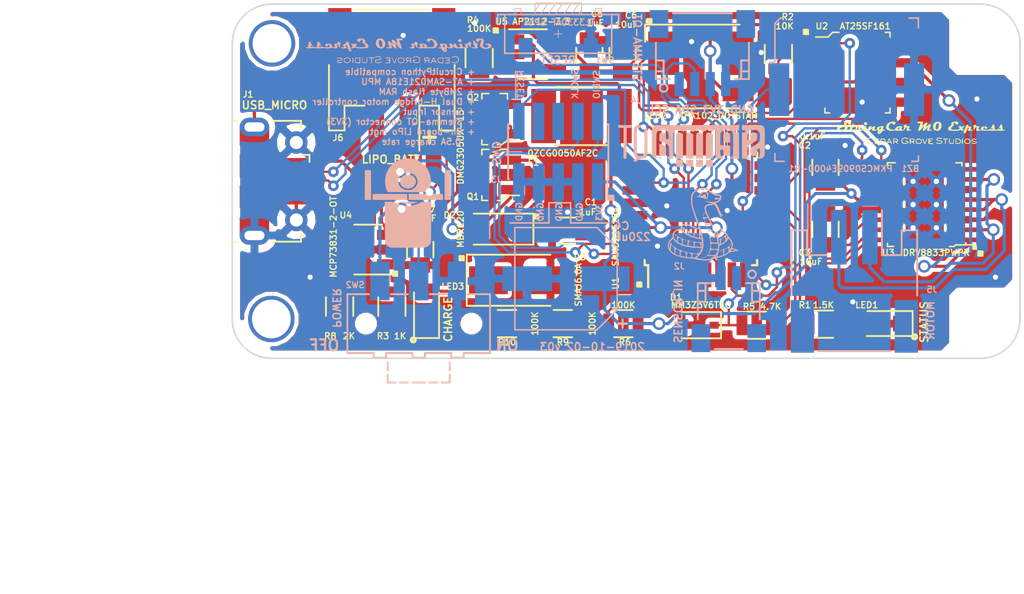
<source format=kicad_pcb>
(kicad_pcb (version 20171130) (host pcbnew "(5.0.0-rc2-dev-444-g2974a2c10)")
  (title_block (title StringCar_M0_Express) (date 2019-10-02) (rev v03) (company "Cedar Grove Studios"))
  (layers (0 F.Cu signal) (31 B.Cu signal) (34 B.Paste user) (35 F.Paste user) (36 B.SilkS user) (37 F.SilkS user) (38 B.Mask user) (39 F.Mask user) (44 Edge.Cuts user))
  (net 0 "")
  (net 1 GND)
  (net 2 +3V3)
  (net 3 "Net-(C1-Pad1)")
  (net 4 /FLASH_CS)
  (net 5 /USB_D+)
  (net 6 /USB_D-)
  (net 7 /FLASHMISO)
  (net 8 /FLASHSCK)
  (net 9 /FLASHMOSI)
  (net 10 /VBAT)
  (net 11 /VBUS)
  (net 12 "Net-(R4-Pad1)")
  (net 13 "Net-(C2-Pad2)")
  (net 14 "Net-(C3-Pad2)")
  (net 15 "Net-(D1-Pad1)")
  (net 16 "Net-(J5-Pad1)")
  (net 17 "Net-(J5-Pad2)")
  (net 18 "Net-(LED1-Pad2)")
  (net 19 "Net-(LED3-Pad1)")
  (net 20 "Net-(R3-Pad1)")
  (net 21 "Net-(R8-Pad2)")
  (net 22 /SWDIO)
  (net 23 /SWCLK)
  (net 24 /~RESET)
  (net 25 /V+)
  (net 26 "Net-(Q2-Pad1)")
  (net 27 /Vbus)
  (net 28 /Vsw)
  (net 29 /PIEZO)
  (net 30 /SCL)
  (net 31 /SDA)
  (net 32 /DOTSTAR_CI)
  (net 33 /DOTSTAR_DI)
  (net 34 /LED_STATUS)
  (net 35 /SENSOR_IN)
  (net 36 /VOLTAGE_MONITOR)
  (net 37 /MOTOR_OUT_1)
  (net 38 /MOTOR_OUT_2)
  (module digikey-footprints:SOIC-8_W3.9mm (layer F.Cu) (at 134.3 98.4 270)
    (fp_text reference U2 (at -3 2.3) (layer F.SilkS) (effects (font (size 0.4 0.4) (thickness 0.08))))
    (fp_text value AT25SF161 (at -3 -0.5) (layer F.SilkS) (effects (font (size 0.4 0.4) (thickness 0.08))))
    (pad 3 smd rect (at 0.635 2.45 270) (size 0.6 2) (layers F.Cu F.Paste F.Mask) (net 2 +3V3))
    (pad 8 smd rect (at -1.905 -2.45 270) (size 0.6 2) (layers F.Cu F.Paste F.Mask) (net 2 +3V3))
    (pad 7 smd rect (at -0.635 -2.45 270) (size 0.6 2) (layers F.Cu F.Paste F.Mask) (net 2 +3V3))
    (pad 6 smd rect (at 0.635 -2.45 270) (size 0.6 2) (layers F.Cu F.Paste F.Mask) (net 8 /FLASHSCK))
    (pad 5 smd rect (at 1.905 -2.45 270) (size 0.6 2) (layers F.Cu F.Paste F.Mask) (net 9 /FLASHMOSI))
    (pad 4 smd rect (at 1.905 2.45 270) (size 0.6 2) (layers F.Cu F.Paste F.Mask) (net 1 GND))
    (pad 2 smd rect (at -0.635 2.45 270) (size 0.6 2) (layers F.Cu F.Paste F.Mask) (net 7 /FLASHMISO))
    (pad 1 smd rect (at -1.905 2.45 270) (size 0.6 2) (layers F.Cu F.Paste F.Mask) (net 4 /FLASH_CS))
  )
  (module Adafruit:stringcar_pcb_title_11mm (layer F.Cu) (at 138.4 102.3)
    (fp_text reference G*** hide)
    (fp_text value stringcar_pcb_title_11mm hide)
  )
  (module Mounting_Holes:MountingHole_2.5mm (layer F.Cu) (at 96.5 114.3)
    (fp_text reference REF**)
    (fp_text value MountingHole_2.5mm)
    (pad 1 thru_hole circle (at 0 0) (size 3 3) (drill 2.5) (layers *.Cu *.Mask))
  )
  (module Adafruit:CP_Elect_6.6x6.6 (layer B.Cu) (at 115.5 111.7 270)
    (fp_text reference C4 (at -3.4 -3.6 180) (layer B.SilkS) (effects (font (size 0.5 0.5) (thickness 0.1)) (justify mirror)))
    (fp_text value 220uF (at -2.7 -4.3 180) (layer B.SilkS) (effects (font (size 0.5 0.5) (thickness 0.1)) (justify mirror)))
    (fp_text user + (at 2.9 -3.6 270) (layer B.SilkS) (effects (font (size 0.7 0.7) (thickness 0.14)) (justify mirror)))
    (pad 2 smd rect (at 0 2.5 270) (size 1.6 3.2) (layers B.Cu B.Paste B.Mask) (net 1 GND))
    (pad 1 smd rect (at 0 -2.5 270) (size 1.6 3.2) (layers B.Cu B.Paste B.Mask) (net 25 /V+))
  )
  (module Housings_QFP:TQFP-32_7x7mm_Pitch0.8mm (layer F.Cu) (at 124.2 107.2 90)
    (fp_text reference U1 (at -4.8 -5.5 270) (layer F.SilkS) (effects (font (size 0.4 0.4) (thickness 0.08))))
    (fp_text value SAMD21E18A (at -1.8 -5.5 90) (layer F.SilkS) (effects (font (size 0.4 0.4) (thickness 0.08))))
    (pad 1 smd rect (at -4.25 -2.8 90) (size 1.6 0.55) (layers F.Cu F.Paste F.Mask) (net 33 /DOTSTAR_DI))
    (pad 2 smd rect (at -4.25 -2 90) (size 1.6 0.55) (layers F.Cu F.Paste F.Mask) (net 32 /DOTSTAR_CI))
    (pad 3 smd rect (at -4.25 -1.2 90) (size 1.6 0.55) (layers F.Cu F.Paste F.Mask) (net 36 /VOLTAGE_MONITOR))
    (pad 4 smd rect (at -4.25 -0.4 90) (size 1.6 0.55) (layers F.Cu F.Paste F.Mask))
    (pad 5 smd rect (at -4.25 0.4 90) (size 1.6 0.55) (layers F.Cu F.Paste F.Mask) (net 31 /SDA))
    (pad 6 smd rect (at -4.25 1.2 90) (size 1.6 0.55) (layers F.Cu F.Paste F.Mask) (net 30 /SCL))
    (pad 7 smd rect (at -4.25 2 90) (size 1.6 0.55) (layers F.Cu F.Paste F.Mask) (net 37 /MOTOR_OUT_1))
    (pad 8 smd rect (at -4.25 2.8 90) (size 1.6 0.55) (layers F.Cu F.Paste F.Mask) (net 38 /MOTOR_OUT_2))
    (pad 9 smd rect (at -2.8 4.25 180) (size 1.6 0.55) (layers F.Cu F.Paste F.Mask) (net 2 +3V3))
    (pad 10 smd rect (at -2 4.25 180) (size 1.6 0.55) (layers F.Cu F.Paste F.Mask) (net 1 GND))
    (pad 11 smd rect (at -1.2 4.25 180) (size 1.6 0.55) (layers F.Cu F.Paste F.Mask) (net 29 /PIEZO))
    (pad 12 smd rect (at -0.4 4.25 180) (size 1.6 0.55) (layers F.Cu F.Paste F.Mask) (net 35 /SENSOR_IN))
    (pad 13 smd rect (at 0.4 4.25 180) (size 1.6 0.55) (layers F.Cu F.Paste F.Mask) (net 34 /LED_STATUS))
    (pad 14 smd rect (at 1.2 4.25 180) (size 1.6 0.55) (layers F.Cu F.Paste F.Mask) (net 4 /FLASH_CS))
    (pad 15 smd rect (at 2 4.25 180) (size 1.6 0.55) (layers F.Cu F.Paste F.Mask))
    (pad 16 smd rect (at 2.8 4.25 180) (size 1.6 0.55) (layers F.Cu F.Paste F.Mask))
    (pad 17 smd rect (at 4.25 2.8 90) (size 1.6 0.55) (layers F.Cu F.Paste F.Mask) (net 9 /FLASHMOSI))
    (pad 18 smd rect (at 4.25 2 90) (size 1.6 0.55) (layers F.Cu F.Paste F.Mask) (net 8 /FLASHSCK))
    (pad 19 smd rect (at 4.25 1.2 90) (size 1.6 0.55) (layers F.Cu F.Paste F.Mask))
    (pad 20 smd rect (at 4.25 0.4 90) (size 1.6 0.55) (layers F.Cu F.Paste F.Mask) (net 7 /FLASHMISO))
    (pad 21 smd rect (at 4.25 -0.4 90) (size 1.6 0.55) (layers F.Cu F.Paste F.Mask))
    (pad 22 smd rect (at 4.25 -1.2 90) (size 1.6 0.55) (layers F.Cu F.Paste F.Mask))
    (pad 23 smd rect (at 4.25 -2 90) (size 1.6 0.55) (layers F.Cu F.Paste F.Mask) (net 6 /USB_D-))
    (pad 24 smd rect (at 4.25 -2.8 90) (size 1.6 0.55) (layers F.Cu F.Paste F.Mask) (net 5 /USB_D+))
    (pad 25 smd rect (at 2.8 -4.25 180) (size 1.6 0.55) (layers F.Cu F.Paste F.Mask))
    (pad 26 smd rect (at 2 -4.25 180) (size 1.6 0.55) (layers F.Cu F.Paste F.Mask) (net 24 /~RESET))
    (pad 27 smd rect (at 1.2 -4.25 180) (size 1.6 0.55) (layers F.Cu F.Paste F.Mask))
    (pad 28 smd rect (at 0.4 -4.25 180) (size 1.6 0.55) (layers F.Cu F.Paste F.Mask) (net 1 GND))
    (pad 29 smd rect (at -0.4 -4.25 180) (size 1.6 0.55) (layers F.Cu F.Paste F.Mask) (net 3 "Net-(C1-Pad1)"))
    (pad 30 smd rect (at -1.2 -4.25 180) (size 1.6 0.55) (layers F.Cu F.Paste F.Mask) (net 2 +3V3))
    (pad 31 smd rect (at -2 -4.25 180) (size 1.6 0.55) (layers F.Cu F.Paste F.Mask) (net 23 /SWCLK))
    (pad 32 smd rect (at -2.8 -4.25 180) (size 1.6 0.55) (layers F.Cu F.Paste F.Mask) (net 22 /SWDIO))
  )
  (module Capacitors_SMD:C_0805 (layer F.Cu) (at 115.6 108.6 180)
    (fp_text reference C1 (at -1.5 1.8415 180) (layer F.SilkS) (effects (font (size 0.4 0.4) (thickness 0.08))))
    (fp_text value 1uF (at -1.3 1.2 180) (layer F.SilkS) (effects (font (size 0.4 0.4) (thickness 0.08))))
    (pad 1 smd rect (at -1 0 180) (size 1 1.25) (layers F.Cu F.Paste F.Mask) (net 3 "Net-(C1-Pad1)"))
    (pad 2 smd rect (at 1 0 180) (size 1 1.25) (layers F.Cu F.Paste F.Mask) (net 1 GND))
  )
  (module Capacitors_SMD:C_0805 (layer F.Cu) (at 132.234961 104.517179 90)
    (fp_text reference C2 (at 1.417179 -1.334961) (layer F.SilkS) (effects (font (size 0.4 0.4) (thickness 0.08))))
    (fp_text value 0.1uF (at 2.017179 -0.834961) (layer F.SilkS) (effects (font (size 0.4 0.4) (thickness 0.08))))
    (pad 2 smd rect (at 1 0 90) (size 1 1.25) (layers F.Cu F.Paste F.Mask) (net 13 "Net-(C2-Pad2)"))
    (pad 1 smd rect (at -1 0 90) (size 1 1.25) (layers F.Cu F.Paste F.Mask) (net 25 /V+))
  )
  (module Resistors_SMD:R_0805 (layer F.Cu) (at 132.127141 114.636064 180)
    (fp_text reference R1 (at 1.227141 1.236064) (layer F.SilkS) (effects (font (size 0.4 0.4) (thickness 0.08))))
    (fp_text value 1.5K (at 0.027141 1.236064) (layer F.SilkS) (effects (font (size 0.4 0.4) (thickness 0.08))))
    (pad 2 smd rect (at 0.95 0 180) (size 0.7 1.3) (layers F.Cu F.Paste F.Mask) (net 34 /LED_STATUS))
    (pad 1 smd rect (at -0.95 0 180) (size 0.7 1.3) (layers F.Cu F.Paste F.Mask) (net 18 "Net-(LED1-Pad2)"))
  )
  (module Resistors_SMD:R_0805 (layer F.Cu) (at 129.2 97.2 270)
    (fp_text reference R2 (at -2.4 -0.6 180) (layer F.SilkS) (effects (font (size 0.4 0.4) (thickness 0.08))))
    (fp_text value 10K (at -1.8 -0.4 180) (layer F.SilkS) (effects (font (size 0.4 0.4) (thickness 0.08))))
    (pad 1 smd rect (at -0.95 0 270) (size 0.7 1.3) (layers F.Cu F.Paste F.Mask) (net 2 +3V3))
    (pad 2 smd rect (at 0.95 0 270) (size 0.7 1.3) (layers F.Cu F.Paste F.Mask) (net 4 /FLASH_CS))
  )
  (module Capacitors_SMD:C_0805 (layer F.Cu) (at 132.234961 108.517179 270)
    (fp_text reference C3 (at 1.4986 1.334961 180) (layer F.SilkS) (effects (font (size 0.4 0.4) (thickness 0.08))))
    (fp_text value 10uF (at 2.082821 0.934961 180) (layer F.SilkS) (effects (font (size 0.4 0.4) (thickness 0.08))))
    (pad 2 smd rect (at 1 0 270) (size 1 1.25) (layers F.Cu F.Paste F.Mask) (net 14 "Net-(C3-Pad2)"))
    (pad 1 smd rect (at -1 0 270) (size 1 1.25) (layers F.Cu F.Paste F.Mask) (net 1 GND))
  )
  (module Capacitors_SMD:C_0805 (layer F.Cu) (at 117.008814 97.294058 90)
    (fp_text reference C5 (at 2.694058 0.491186 -180) (layer F.SilkS) (effects (font (size 0.4 0.4) (thickness 0.08))))
    (fp_text value 1uF (at 2.094058 0.391186 -180) (layer F.SilkS) (effects (font (size 0.4 0.4) (thickness 0.08))))
    (pad 2 smd rect (at 1 0 90) (size 1 1.25) (layers F.Cu F.Paste F.Mask) (net 1 GND))
    (pad 1 smd rect (at -1 0 90) (size 1 1.25) (layers F.Cu F.Paste F.Mask) (net 2 +3V3))
  )
  (module Resistors_SMD:R_0805 (layer F.Cu) (at 104.272016 113.5 270)
    (fp_text reference R3 (at 1.9 0.572016) (layer F.SilkS) (effects (font (size 0.4 0.4) (thickness 0.08))))
    (fp_text value 1K (at 1.9 -0.527984) (layer F.SilkS) (effects (font (size 0.4 0.4) (thickness 0.08))))
    (pad 2 smd rect (at 0.95 0 270) (size 0.7 1.3) (layers F.Cu F.Paste F.Mask) (net 19 "Net-(LED3-Pad1)"))
    (pad 1 smd rect (at -0.95 0 270) (size 0.7 1.3) (layers F.Cu F.Paste F.Mask) (net 20 "Net-(R3-Pad1)"))
  )
  (module Resistors_SMD:R_0805 (layer F.Cu) (at 109.9 97.46 90)
    (fp_text reference R4 (at 2.46 -0.4) (layer F.SilkS) (effects (font (size 0.4 0.4) (thickness 0.08))))
    (fp_text value 100K (at 1.905 0) (layer F.SilkS) (effects (font (size 0.4 0.4) (thickness 0.08))))
    (pad 1 smd rect (at -0.95 0 90) (size 0.7 1.3) (layers F.Cu F.Paste F.Mask) (net 12 "Net-(R4-Pad1)"))
    (pad 2 smd rect (at 0.95 0 90) (size 0.7 1.3) (layers F.Cu F.Paste F.Mask) (net 25 /V+))
  )
  (module Resistors_SMD:R_0805 (layer F.Cu) (at 119.2 114.6)
    (fp_text reference R6 (at 0.1 1.2 -180) (layer F.SilkS) (effects (font (size 0.4 0.4) (thickness 0.08))))
    (fp_text value 100K (at 0 -1.2 180) (layer F.SilkS) (effects (font (size 0.4 0.4) (thickness 0.08))))
    (pad 1 smd rect (at -0.95 0) (size 0.7 1.3) (layers F.Cu F.Paste F.Mask) (net 36 /VOLTAGE_MONITOR))
    (pad 2 smd rect (at 0.95 0) (size 0.7 1.3) (layers F.Cu F.Paste F.Mask) (net 25 /V+))
  )
  (module Capacitors_SMD:C_0805 (layer F.Cu) (at 119.152148 97.294058 90)
    (fp_text reference C6 (at 2.594058 0.547852 -180) (layer F.SilkS) (effects (font (size 0.4 0.4) (thickness 0.08))))
    (fp_text value 10uF (at 1.994058 0.247852 -180) (layer F.SilkS) (effects (font (size 0.4 0.4) (thickness 0.08))))
    (pad 2 smd rect (at 1 0 90) (size 1 1.25) (layers F.Cu F.Paste F.Mask) (net 1 GND))
    (pad 1 smd rect (at -1 0 90) (size 1 1.25) (layers F.Cu F.Paste F.Mask) (net 2 +3V3))
  )
  (module Capacitors_SMD:C_0805 (layer F.Cu) (at 106.1 109.821323 270)
    (fp_text reference C7 (at -2.621323 -0.6) (layer F.SilkS) (effects (font (size 0.4 0.4) (thickness 0.08))))
    (fp_text value 10uF (at -2.021323 -0.3) (layer F.SilkS) (effects (font (size 0.4 0.4) (thickness 0.08))))
    (pad 1 smd rect (at -1 0 270) (size 1 1.25) (layers F.Cu F.Paste F.Mask) (net 10 /VBAT))
    (pad 2 smd rect (at 1 0 270) (size 1 1.25) (layers F.Cu F.Paste F.Mask) (net 1 GND))
  )
  (module Connectors_USB:USB_Micro-B_Molex-105017-0001 (layer F.Cu) (at 95.758 105.41 270)
    (fp_text reference J1 (at -5.61 0.758) (layer F.SilkS) (effects (font (size 0.4 0.4) (thickness 0.08))))
    (fp_text value USB_MICRO (at -4.91 -0.942) (layer F.SilkS) (effects (font (size 0.5 0.5) (thickness 0.1))))
    (pad 6 smd rect (at 1 0.35 270) (size 1.5 1.9) (layers F.Cu F.Paste F.Mask) (net 1 GND))
    (pad 6 thru_hole circle (at -2.5 -2.35 270) (size 1.45 1.45) (drill 0.85) (layers *.Cu *.Mask) (net 1 GND))
    (pad 2 smd rect (at -0.65 -2.35 270) (size 0.4 1.35) (layers F.Cu F.Paste F.Mask) (net 6 /USB_D-))
    (pad 1 smd rect (at -1.3 -2.35 270) (size 0.4 1.35) (layers F.Cu F.Paste F.Mask) (net 11 /VBUS))
    (pad 5 smd rect (at 1.3 -2.35 270) (size 0.4 1.35) (layers F.Cu F.Paste F.Mask) (net 1 GND))
    (pad 4 smd rect (at 0.65 -2.35 270) (size 0.4 1.35) (layers F.Cu F.Paste F.Mask))
    (pad 3 smd rect (at 0 -2.35 270) (size 0.4 1.35) (layers F.Cu F.Paste F.Mask) (net 5 /USB_D+))
    (pad 6 thru_hole circle (at 2.5 -2.35 270) (size 1.45 1.45) (drill 0.85) (layers *.Cu *.Mask) (net 1 GND))
    (pad 6 smd rect (at -1 0.35 270) (size 1.5 1.9) (layers F.Cu F.Paste F.Mask) (net 1 GND))
    (pad 6 thru_hole oval (at -3.5 0.35 90) (size 1.2 1.9) (drill oval 0.6 1.3) (layers *.Cu *.Mask) (net 1 GND))
    (pad 6 thru_hole oval (at 3.5 0.35 270) (size 1.2 1.9) (drill oval 0.6 1.3) (layers *.Cu *.Mask) (net 1 GND))
    (pad 6 smd rect (at 2.9 0.35 270) (size 1.2 1.9) (layers F.Cu F.Mask) (net 1 GND))
    (pad 6 smd rect (at -2.9 0.35 270) (size 1.2 1.9) (layers F.Cu F.Mask) (net 1 GND))
  )
  (module Connectors_JST:JST_PH_S2B-PH-SM4-TB_02x2.00mm_Angled (layer B.Cu) (at 134.1 111.9 180)
    (fp_text reference J5 (at -5 -0.5) (layer B.SilkS) (effects (font (size 0.4 0.4) (thickness 0.08)) (justify mirror)))
    (fp_text value MOTOR (at -4.9 -2.5 -90) (layer B.SilkS) (effects (font (size 0.5 0.5) (thickness 0.1)) (justify mirror)))
    (pad 1 smd rect (at -1 2.875 180) (size 1 3.5) (layers B.Cu B.Paste B.Mask) (net 16 "Net-(J5-Pad1)"))
    (pad 2 smd rect (at 1 2.875 180) (size 1 3.5) (layers B.Cu B.Paste B.Mask) (net 17 "Net-(J5-Pad2)"))
    (pad "" smd rect (at -3.35 -2.875 180) (size 1.5 3.4) (layers B.Cu B.Paste B.Mask))
    (pad "" smd rect (at 3.35 -2.875 180) (size 1.5 3.4) (layers B.Cu B.Paste B.Mask))
  )
  (module Connectors_JST:JST_PH_S2B-PH-SM4-TB_02x2.00mm_Angled (layer F.Cu) (at 104.267 98.806 180)
    (fp_text reference J6 (at 3.467 -3.794 180) (layer F.SilkS) (effects (font (size 0.4 0.4) (thickness 0.08))))
    (fp_text value LIPO_BATT (at 0.067 -5.194 180) (layer F.SilkS) (effects (font (size 0.5 0.5) (thickness 0.1))))
    (pad "" smd rect (at 3.35 2.875 180) (size 1.5 3.4) (layers F.Cu F.Paste F.Mask))
    (pad "" smd rect (at -3.35 2.875 180) (size 1.5 3.4) (layers F.Cu F.Paste F.Mask))
    (pad 2 smd rect (at 1 -2.875 180) (size 1 3.5) (layers F.Cu F.Paste F.Mask) (net 1 GND))
    (pad 1 smd rect (at -1 -2.875 180) (size 1 3.5) (layers F.Cu F.Paste F.Mask) (net 10 /VBAT))
  )
  (module LEDs:LED_RGB_5050-6 (layer F.Cu) (at 124.2 98)
    (fp_text reference LED2 (at -2.921 3.175 180) (layer F.SilkS) (effects (font (size 0.4 0.4) (thickness 0.08))))
    (fp_text value APA102_DOTSTAR (at 1.1 3.175) (layer F.SilkS) (effects (font (size 0.4 0.4) (thickness 0.08))))
    (pad 6 smd rect (at 2.4 -1.7 90) (size 1.1 2) (layers F.Cu F.Paste F.Mask))
    (pad 5 smd rect (at 2.4 0 90) (size 1.1 2) (layers F.Cu F.Paste F.Mask))
    (pad 4 smd rect (at 2.4 1.7 90) (size 1.1 2) (layers F.Cu F.Paste F.Mask) (net 2 +3V3))
    (pad 3 smd rect (at -2.4 1.7 90) (size 1.1 2) (layers F.Cu F.Paste F.Mask) (net 1 GND))
    (pad 2 smd rect (at -2.4 0 90) (size 1.1 2) (layers F.Cu F.Paste F.Mask) (net 32 /DOTSTAR_CI))
    (pad 1 smd rect (at -2.4 -1.7 90) (size 1.1 2) (layers F.Cu F.Paste F.Mask) (net 33 /DOTSTAR_DI))
  )
  (module Resistors_SMD:R_0805 (layer F.Cu) (at 100.9 113.5 90)
    (fp_text reference R8 (at -1.905 -0.6 -180) (layer F.SilkS) (effects (font (size 0.4 0.4) (thickness 0.08))))
    (fp_text value 2K (at -1.9 0.6 -180) (layer F.SilkS) (effects (font (size 0.4 0.4) (thickness 0.08))))
    (pad 1 smd rect (at -0.95 0 90) (size 0.7 1.3) (layers F.Cu F.Paste F.Mask) (net 1 GND))
    (pad 2 smd rect (at 0.95 0 90) (size 0.7 1.3) (layers F.Cu F.Paste F.Mask) (net 21 "Net-(R8-Pad2)"))
  )
  (module Resistors_SMD:R_0805 (layer F.Cu) (at 115.3 114.6)
    (fp_text reference R9 (at 0 1.2) (layer F.SilkS) (effects (font (size 0.4 0.4) (thickness 0.08))))
    (fp_text value 100K (at 1.9 0 90) (layer F.SilkS) (effects (font (size 0.4 0.4) (thickness 0.08))))
    (pad 2 smd rect (at 0.95 0) (size 0.7 1.3) (layers F.Cu F.Paste F.Mask) (net 36 /VOLTAGE_MONITOR))
    (pad 1 smd rect (at -0.95 0) (size 0.7 1.3) (layers F.Cu F.Paste F.Mask) (net 1 GND))
  )
  (module TO_SOT_Packages_SMD:SOT-23-5 (layer F.Cu) (at 102.746033 109.821323 180)
    (fp_text reference U4 (at 1.446033 2.221323) (layer F.SilkS) (effects (font (size 0.4 0.4) (thickness 0.08))))
    (fp_text value MCP73831-2-OT (at 2.246033 0.821323 90) (layer F.SilkS) (effects (font (size 0.4 0.4) (thickness 0.08))))
    (pad 5 smd rect (at 1.1 -0.95 180) (size 1.06 0.65) (layers F.Cu F.Paste F.Mask) (net 21 "Net-(R8-Pad2)"))
    (pad 4 smd rect (at 1.1 0.95 180) (size 1.06 0.65) (layers F.Cu F.Paste F.Mask) (net 11 /VBUS))
    (pad 3 smd rect (at -1.1 0.95 180) (size 1.06 0.65) (layers F.Cu F.Paste F.Mask) (net 10 /VBAT))
    (pad 2 smd rect (at -1.1 0 180) (size 1.06 0.65) (layers F.Cu F.Paste F.Mask) (net 1 GND))
    (pad 1 smd rect (at -1.1 -0.95 180) (size 1.06 0.65) (layers F.Cu F.Paste F.Mask) (net 20 "Net-(R3-Pad1)"))
  )
  (module TO_SOT_Packages_SMD:SOT-23-5_HandSoldering (layer F.Cu) (at 113.378333 97.21)
    (fp_text reference U5 (at -2.032 -2.11) (layer F.SilkS) (effects (font (size 0.4 0.4) (thickness 0.08))))
    (fp_text value AP2112-3.3 (at 0.521667 -2.11) (layer F.SilkS) (effects (font (size 0.4 0.4) (thickness 0.08))))
    (pad 5 smd rect (at 1.35 -0.95) (size 1.56 0.65) (layers F.Cu F.Paste F.Mask) (net 2 +3V3))
    (pad 4 smd rect (at 1.35 0.95) (size 1.56 0.65) (layers F.Cu F.Paste F.Mask))
    (pad 3 smd rect (at -1.35 0.95) (size 1.56 0.65) (layers F.Cu F.Paste F.Mask) (net 12 "Net-(R4-Pad1)"))
    (pad 2 smd rect (at -1.35 0) (size 1.56 0.65) (layers F.Cu F.Paste F.Mask) (net 1 GND))
    (pad 1 smd rect (at -1.35 -0.95) (size 1.56 0.65) (layers F.Cu F.Paste F.Mask) (net 25 /V+))
  )
  (module Diodes_SMD:D_SOD-123F (layer F.Cu) (at 111.2 108.5 180)
    (fp_text reference D2 (at 3.2 0.9 180) (layer F.SilkS) (effects (font (size 0.4 0.4) (thickness 0.08))))
    (fp_text value MBR120 (at 2.5 0 270) (layer F.SilkS) (effects (font (size 0.4 0.4) (thickness 0.08))))
    (pad 1 smd rect (at -1.4 0 180) (size 1.1 1.1) (layers F.Cu F.Paste F.Mask) (net 27 /Vbus))
    (pad 2 smd rect (at 1.4 0 180) (size 1.1 1.1) (layers F.Cu F.Paste F.Mask) (net 11 /VBUS))
  )
  (module digikey-footprints:Piezo_9x9mm_PKMCS0909E4000-R1 (layer B.Cu) (at 133.6 99.5)
    (fp_text reference BZ1 (at 4.1 5.1) (layer B.SilkS) (effects (font (size 0.4 0.4) (thickness 0.08)) (justify mirror)))
    (fp_text value PKMCS0909E4000-R1 (at -0.4 5.1) (layer B.SilkS) (effects (font (size 0.4 0.4) (thickness 0.08)) (justify mirror)))
    (pad 2 smd rect (at 4.35 0) (size 1.3 3.4) (layers B.Cu B.Paste B.Mask) (net 1 GND))
    (pad 1 smd rect (at -4.35 0) (size 1.3 3.4) (layers B.Cu B.Paste B.Mask) (net 29 /PIEZO))
  )
  (module Pin_Headers:Pin_Header_Straight_2x05_Pitch1.27mm_SMD (layer B.Cu) (at 115 103.5 90)
    (fp_text reference J3 (at -1.8 -4 180) (layer B.SilkS) (effects (font (size 0.4 0.4) (thickness 0.08)) (justify mirror)))
    (fp_text value SWD (at -0.1 -4 270 unlocked) (layer B.SilkS) (effects (font (size 0.5 0.5) (thickness 0.1)) (justify mirror)))
    (pad 10 smd rect (at 1.95 -2.54 90) (size 2.4 0.74) (layers B.Cu B.Paste B.Mask) (net 24 /~RESET))
    (pad 9 smd rect (at -1.95 -2.54 90) (size 2.4 0.74) (layers B.Cu B.Paste B.Mask) (net 1 GND))
    (pad 8 smd rect (at 1.95 -1.27 90) (size 2.4 0.74) (layers B.Cu B.Paste B.Mask))
    (pad 7 smd rect (at -1.95 -1.27 90) (size 2.4 0.74) (layers B.Cu B.Paste B.Mask) (net 1 GND))
    (pad 6 smd rect (at 1.95 0 90) (size 2.4 0.74) (layers B.Cu B.Paste B.Mask))
    (pad 5 smd rect (at -1.95 0 90) (size 2.4 0.74) (layers B.Cu B.Paste B.Mask) (net 1 GND))
    (pad 4 smd rect (at 1.95 1.27 90) (size 2.4 0.74) (layers B.Cu B.Paste B.Mask) (net 23 /SWCLK))
    (pad 3 smd rect (at -1.95 1.27 90) (size 2.4 0.74) (layers B.Cu B.Paste B.Mask) (net 1 GND))
    (pad 2 smd rect (at 1.95 2.54 90) (size 2.4 0.74) (layers B.Cu B.Paste B.Mask) (net 22 /SWDIO))
    (pad 1 smd rect (at -1.95 2.54 90) (size 2.4 0.74) (layers B.Cu B.Paste B.Mask) (net 2 +3V3))
  )
  (module Adafruit:D_0805_hand_soldering (layer F.Cu) (at 135.927141 114.6 180)
    (fp_text reference LED1 (at 1.027141 1.2) (layer F.SilkS) (effects (font (size 0.4 0.4) (thickness 0.08))))
    (fp_text value RED)
    (pad 2 smd rect (at 1.0922 0 180) (size 1 1) (layers F.Cu F.Paste F.Mask) (net 18 "Net-(LED1-Pad2)"))
    (pad 1 smd rect (at -1.1684 0 180) (size 1 1) (layers F.Cu F.Paste F.Mask) (net 1 GND))
  )
  (module Adafruit:D_0805_hand_soldering (layer F.Cu) (at 106.5 113.6 90)
    (fp_text reference LED3 (at 1.4 1.7 -180) (layer F.SilkS) (effects (font (size 0.4 0.4) (thickness 0.08))))
    (fp_text value ORG)
    (pad 1 smd rect (at -1.1684 0 90) (size 1 1) (layers F.Cu F.Paste F.Mask) (net 19 "Net-(LED3-Pad1)"))
    (pad 2 smd rect (at 1.0922 0 90) (size 1 1) (layers F.Cu F.Paste F.Mask) (net 11 /VBUS))
  )
  (module Diodes_SMD:D_SMA (layer F.Cu) (at 112.5 111.8)
    (fp_text reference D3 (at 3.9 -1.5) (layer F.SilkS) (effects (font (size 0.4 0.4) (thickness 0.08))))
    (fp_text value SMAJ6.0A (at 3.8 0.3 90) (layer F.SilkS) (effects (font (size 0.4 0.4) (thickness 0.08))))
    (pad 2 smd rect (at 2 0) (size 2.5 1.8) (layers F.Cu F.Paste F.Mask) (net 1 GND))
    (pad 1 smd rect (at -2 0) (size 2.5 1.8) (layers F.Cu F.Paste F.Mask) (net 11 /VBUS))
  )
  (module Resistors_SMD:R_1812 (layer F.Cu) (at 116.5 101.2 180)
    (fp_text reference F1 (at 3.1 -3 180) (layer F.SilkS) (effects (font (size 0.4 0.4) (thickness 0.08))))
    (fp_text value 0ZCG0050AF2C (at 1.2 -2.4 180) (layer F.SilkS) (effects (font (size 0.4 0.4) (thickness 0.08))))
    (pad 2 smd rect (at 2.44 0 180) (size 1.6 3.5) (layers F.Cu F.Paste F.Mask) (net 28 /Vsw))
    (pad 1 smd rect (at -2.44 0 180) (size 1.6 3.5) (layers F.Cu F.Paste F.Mask) (net 25 /V+))
  )
  (module digikey-footprints:SOT-23-3 (layer F.Cu) (at 110.9 105 180)
    (fp_text reference Q1 (at 1.4 -1.4 180) (layer F.SilkS) (effects (font (size 0.4 0.4) (thickness 0.08))))
    (fp_text value DMG2305UX-13)
    (pad 1 smd rect (at -1.05 -0.95 180) (size 1.3 0.6) (layers F.Cu F.Paste F.Mask) (net 11 /VBUS))
    (pad 2 smd rect (at -1.05 0.95 180) (size 1.3 0.6) (layers F.Cu F.Paste F.Mask) (net 27 /Vbus))
    (pad 3 smd rect (at 1.05 0 180) (size 1.3 0.6) (layers F.Cu F.Paste F.Mask) (net 10 /VBAT))
  )
  (module digikey-footprints:SOT-23-3 (layer F.Cu) (at 110.9 101.4 180)
    (fp_text reference Q2 (at 1.4 1.4 180) (layer F.SilkS) (effects (font (size 0.4 0.4) (thickness 0.08))))
    (fp_text value DMG2305UX-13 (at 2.2 -1.8 270) (layer F.SilkS) (effects (font (size 0.4 0.4) (thickness 0.08))))
    (pad 3 smd rect (at 1.05 0 180) (size 1.3 0.6) (layers F.Cu F.Paste F.Mask) (net 27 /Vbus))
    (pad 2 smd rect (at -1.05 0.95 180) (size 1.3 0.6) (layers F.Cu F.Paste F.Mask) (net 28 /Vsw))
    (pad 1 smd rect (at -1.05 -0.95 180) (size 1.3 0.6) (layers F.Cu F.Paste F.Mask) (net 26 "Net-(Q2-Pad1)"))
  )
  (module Resistors_SMD:R_0805 (layer F.Cu) (at 127.8 114.7)
    (fp_text reference R5 (at -0.5 -1.2) (layer F.SilkS) (effects (font (size 0.4 0.4) (thickness 0.08))))
    (fp_text value 4.7K (at 0.9 -1.2) (layer F.SilkS) (effects (font (size 0.4 0.4) (thickness 0.08))))
    (pad 1 smd rect (at -0.95 0) (size 0.7 1.3) (layers F.Cu F.Paste F.Mask) (net 15 "Net-(D1-Pad1)"))
    (pad 2 smd rect (at 0.95 0) (size 0.7 1.3) (layers F.Cu F.Paste F.Mask) (net 35 /SENSOR_IN))
  )
  (module Resistors_SMD:R_0805 (layer F.Cu) (at 111.7 114.6 180)
    (fp_text reference R10 (at 0 -1.2 180) (layer F.SilkS) (effects (font (size 0.4 0.4) (thickness 0.08))))
    (fp_text value 100K (at -1.8 0 270) (layer F.SilkS) (effects (font (size 0.4 0.4) (thickness 0.08))))
    (pad 2 smd rect (at 0.95 0 180) (size 0.7 1.3) (layers F.Cu F.Paste F.Mask) (net 11 /VBUS))
    (pad 1 smd rect (at -0.95 0 180) (size 0.7 1.3) (layers F.Cu F.Paste F.Mask) (net 1 GND))
  )
  (module Diodes_SMD:D_SOD-323 (layer F.Cu) (at 124 114.7 180)
    (fp_text reference D1 (at 1.4 1.8 180) (layer F.SilkS) (effects (font (size 0.4 0.4) (thickness 0.08))))
    (fp_text value MM3Z3V6T1G (at -0.2 1.3 180) (layer F.SilkS) (effects (font (size 0.4 0.4) (thickness 0.08))))
    (pad 2 smd rect (at 1.05 0 180) (size 0.6 0.45) (layers F.Cu F.Paste F.Mask) (net 1 GND))
    (pad 1 smd rect (at -1.05 0 180) (size 0.6 0.45) (layers F.Cu F.Paste F.Mask) (net 15 "Net-(D1-Pad1)"))
  )
  (module Adafruit:stringcar_pcb_title_12mm (layer B.Cu) (at 104.7 97 180)
    (fp_text reference G*** hide)
    (fp_text value stringcar_pcb_title_12mm hide)
  )
  (module Mounting_Holes:MountingHole_2.5mm (layer F.Cu) (at 142.28 96.5)
    (fp_text reference REF** hide)
    (fp_text value MountingHole_2.5mm)
    (pad 1 np_thru_hole circle (at 0 0) (size 2.5 2.5) (drill 2.5) (layers *.Cu *.Mask))
  )
  (module Mounting_Holes:MountingHole_2.5mm (layer F.Cu) (at 142.28 114.3)
    (fp_text reference REF**)
    (fp_text value MountingHole_2.5mm)
    (pad 1 np_thru_hole circle (at 0 0) (size 2.5 2.5) (drill 2.5) (layers *.Cu *.Mask))
  )
  (module Mounting_Holes:MountingHole_2.5mm (layer F.Cu) (at 96.54 96.51)
    (fp_text reference REF** hide)
    (fp_text value MountingHole_2.5mm)
    (pad 1 thru_hole circle (at 0 0) (size 3 3) (drill 2.5) (layers *.Cu *.Mask))
  )
  (module Adafruit:StringCar_logo_6mm (layer B.Cu) (at 105.3 106.8 180)
    (fp_text reference G*** hide)
    (fp_text value StringCar_logo_6mm hide)
  )
  (module Adafruit:SW_SPDT_CK-JS102011SAQN (layer B.Cu) (at 106 114.6 180)
    (fp_text reference SW2 (at 4.1 2.5 180) (layer B.SilkS) (effects (font (size 0.4 0.4) (thickness 0.08)) (justify mirror)))
    (fp_text value POWER (at 5.3 1 270 unlocked) (layer B.SilkS) (effects (font (size 0.5 0.5) (thickness 0.1)) (justify mirror)))
    (pad 3 smd rect (at 2.5 2.75 180) (size 1.25 2.5) (layers B.Cu B.Paste B.Mask) (net 27 /Vbus))
    (pad 2 smd rect (at 0 2.75 180) (size 1.25 2.5) (layers B.Cu B.Paste B.Mask) (net 26 "Net-(Q2-Pad1)"))
    (pad 1 smd rect (at -2.5 2.75 180) (size 1.25 2.5) (layers B.Cu B.Paste B.Mask) (net 1 GND))
    (pad "" np_thru_hole circle (at -3.4 0 180) (size 0.9 0.9) (drill 0.9) (layers *.Cu *.Mask))
    (pad "" np_thru_hole circle (at 3.4 0 180) (size 0.9 0.9) (drill 0.9) (layers *.Cu *.Mask))
  )
  (module Connectors_JST:JST_SH_SM04B-SRSS-TB_04x1.00mm_Angled (layer B.Cu) (at 124.3 97.2)
    (fp_text reference J4 (at -4.3 3) (layer B.SilkS) (effects (font (size 0.4 0.4) (thickness 0.08)) (justify mirror)))
    (fp_text value STEMMA-QT (at -4.2 -0.4 270 unlocked) (layer B.SilkS) (effects (font (size 0.5 0.5) (thickness 0.1)) (justify mirror)))
    (pad 1 smd rect (at -1.5 1.9375) (size 0.6 1.55) (layers B.Cu B.Paste B.Mask) (net 30 /SCL))
    (pad 2 smd rect (at -0.5 1.9375) (size 0.6 1.55) (layers B.Cu B.Paste B.Mask) (net 31 /SDA))
    (pad 3 smd rect (at 0.5 1.9375) (size 0.6 1.55) (layers B.Cu B.Paste B.Mask) (net 2 +3V3))
    (pad 4 smd rect (at 1.5 1.9375) (size 0.6 1.55) (layers B.Cu B.Paste B.Mask) (net 1 GND))
    (pad "" smd rect (at -2.8 -1.9375) (size 1.2 1.8) (layers B.Cu B.Paste B.Mask))
    (pad "" smd rect (at 2.8 -1.9375) (size 1.2 1.8) (layers B.Cu B.Paste B.Mask))
  )
  (module Adafruit:TL3330AF_SPST_BUTTON_RT-ANGLE_7.8mm_2.5mm_2.5mm (layer B.Cu) (at 115 95.9 180)
    (fp_text reference SW1 (at -3 -1.7 180) (layer B.SilkS) (effects (font (size 0.4 0.4) (thickness 0.08)) (justify mirror)))
    (fp_text value RESET (at 0 -1.7 180) (layer B.SilkS) (effects (font (size 0.5 0.5) (thickness 0.1)) (justify mirror)))
    (fp_text user "TL3330AF SPST" (at -0.05 0.75 180) (layer B.SilkS) (effects (font (size 0.4 0.4) (thickness 0.08)) (justify mirror)))
    (pad 2 smd rect (at 2.1 -0.9 180) (size 0.9 1.27) (layers B.Cu B.Paste B.Mask) (net 24 /~RESET))
    (pad 1 smd rect (at -2.1 -0.9 180) (size 0.9 1.27) (layers B.Cu B.Paste B.Mask) (net 1 GND))
    (pad "" smd rect (at -3.35 1 180) (size 1.45 0.8) (layers B.Cu B.Paste B.Mask))
    (pad "" smd rect (at 3.35 1 180) (size 1.45 0.8) (layers B.Cu B.Paste B.Mask))
  )
  (module Adafruit:New_STEMMA-QT_logo (layer B.Cu) (at 123.7 103.1 180)
    (fp_text reference G*** hide)
    (fp_text value STEMMA-QT_LOGO hide)
  )
  (module Adafruit:TSSOP-16-1EP_W4.40mm (layer F.Cu) (at 138.634961 106.917179 90)
    (fp_text reference U3 (at -3.1 -2.35) (layer F.SilkS) (effects (font (size 0.4 0.4) (thickness 0.08))))
    (fp_text value DRV8833PWPR (at -3.1 0.75) (layer F.SilkS) (effects (font (size 0.4 0.4) (thickness 0.08))))
    (pad 1 smd rect (at -2.275 2.8 90) (size 0.3 1.6) (layers F.Cu F.Paste F.Mask) (net 2 +3V3))
    (pad 17 smd rect (at 0 0 90) (size 5 2.46) (layers F.Cu F.Paste F.Mask) (net 1 GND))
    (pad 17 thru_hole circle (at 0 -0.75 90) (size 0.33 0.33) (drill 0.33) (layers *.Cu *.Mask) (net 1 GND))
    (pad 17 thru_hole circle (at 1.5 -0.75 90) (size 0.33 0.33) (drill 0.33) (layers *.Cu *.Mask) (net 1 GND))
    (pad 17 thru_hole circle (at 0 0.75 90) (size 0.33 0.33) (drill 0.33) (layers *.Cu *.Mask) (net 1 GND))
    (pad 17 thru_hole circle (at 1.5 0.75 90) (size 0.33 0.33) (drill 0.33) (layers *.Cu *.Mask) (net 1 GND))
    (pad 16 smd rect (at -2.275 -2.8 90) (size 0.3 1.6) (layers F.Cu F.Paste F.Mask) (net 37 /MOTOR_OUT_1))
    (pad 17 thru_hole circle (at -1.5 -0.75 90) (size 0.33 0.33) (drill 0.33) (layers *.Cu *.Mask) (net 1 GND))
    (pad 17 thru_hole circle (at -1.5 0.75 90) (size 0.33 0.33) (drill 0.33) (layers *.Cu *.Mask) (net 1 GND))
    (pad 2 smd rect (at -1.625 2.8 90) (size 0.3 1.6) (layers F.Cu F.Paste F.Mask) (net 16 "Net-(J5-Pad1)"))
    (pad 3 smd rect (at -0.975 2.8 90) (size 0.3 1.6) (layers F.Cu F.Paste F.Mask) (net 1 GND))
    (pad 4 smd rect (at -0.325 2.8 90) (size 0.3 1.6) (layers F.Cu F.Paste F.Mask) (net 17 "Net-(J5-Pad2)"))
    (pad 5 smd rect (at 0.325 2.8 90) (size 0.3 1.6) (layers F.Cu F.Paste F.Mask) (net 17 "Net-(J5-Pad2)"))
    (pad 6 smd rect (at 0.975 2.8 90) (size 0.3 1.6) (layers F.Cu F.Paste F.Mask) (net 1 GND))
    (pad 7 smd rect (at 1.625 2.8 90) (size 0.3 1.6) (layers F.Cu F.Paste F.Mask) (net 16 "Net-(J5-Pad1)"))
    (pad 8 smd rect (at 2.275 2.8 90) (size 0.3 1.6) (layers F.Cu F.Paste F.Mask))
    (pad 9 smd rect (at 2.275 -2.8 90) (size 0.3 1.6) (layers F.Cu F.Paste F.Mask) (net 37 /MOTOR_OUT_1))
    (pad 10 smd rect (at 1.625 -2.8 90) (size 0.3 1.6) (layers F.Cu F.Paste F.Mask) (net 38 /MOTOR_OUT_2))
    (pad 11 smd rect (at 0.975 -2.8 90) (size 0.3 1.6) (layers F.Cu F.Paste F.Mask) (net 13 "Net-(C2-Pad2)"))
    (pad 12 smd rect (at 0.325 -2.8 90) (size 0.3 1.6) (layers F.Cu F.Paste F.Mask) (net 25 /V+))
    (pad 13 smd rect (at -0.325 -2.8 90) (size 0.3 1.6) (layers F.Cu F.Paste F.Mask) (net 1 GND))
    (pad 14 smd rect (at -0.975 -2.8 90) (size 0.3 1.6) (layers F.Cu F.Paste F.Mask) (net 14 "Net-(C3-Pad2)"))
    (pad 15 smd rect (at -1.625 -2.8 90) (size 0.3 1.6) (layers F.Cu F.Paste F.Mask) (net 38 /MOTOR_OUT_2))
  )
  (module Connectors_JST:JST_SH_SM02B-SRSS-TB_02x1.00mm_Angled (layer B.Cu) (at 126 113.6 180)
    (fp_text reference J2 (at 3.2 2.7 180) (layer B.SilkS) (effects (font (size 0.4 0.4) (thickness 0.08)) (justify mirror)))
    (fp_text value SENSOR_IN (at 3.3 -0.2 270 unlocked) (layer B.SilkS) (effects (font (size 0.5 0.5) (thickness 0.1)) (justify mirror)))
    (pad 1 smd rect (at -0.5 1.9375 180) (size 0.6 1.55) (layers B.Cu B.Paste B.Mask) (net 15 "Net-(D1-Pad1)"))
    (pad 2 smd rect (at 0.5 1.9375 180) (size 0.6 1.55) (layers B.Cu B.Paste B.Mask) (net 1 GND))
    (pad "" smd rect (at -1.8 -1.9375 180) (size 1.2 1.8) (layers B.Cu B.Paste B.Mask))
    (pad "" smd rect (at 1.8 -1.9375 180) (size 1.2 1.8) (layers B.Cu B.Paste B.Mask))
  )
  (module Adafruit:Blinka_med (layer B.Cu) (at 124.3 108.3 180)
    (fp_text reference G*** hide)
    (fp_text value BLINKA_MED)
  )
  (gr_text + (at 106.7 102.5) (layer F.SilkS) (effects (font (size 1 1) (thickness 0.2))))
  (gr_text ON (at 111.7 116) (layer B.SilkS) (effects (font (size 0.7 0.7) (thickness 0.14)) (justify mirror)))
  (gr_text OFF (at 99.9 116) (layer B.SilkS) (effects (font (size 0.7 0.7) (thickness 0.14)) (justify mirror)))
  (gr_poly (pts (xy 118.3 106.6) (xy 118.554 106.6) (xy 118.554 106.346) (xy 118.3 106.346)) (layer B.SilkS) (width 0.15))
  (gr_line (start 114.4 108.1) (end 111.9 108.1) (layer B.SilkS) (width 0.1))
  (gr_line (start 114.4 106.8) (end 114.4 108.1) (layer B.SilkS) (width 0.1))
  (gr_line (start 115.8 106.8) (end 114.4 106.8) (layer B.SilkS) (width 0.1))
  (gr_line (start 115.8 108.1) (end 115.8 106.8) (layer B.SilkS) (width 0.1))
  (gr_line (start 118.3 108.1) (end 115.8 108.1) (layer B.SilkS) (width 0.1))
  (gr_poly (pts (xy 110.846 95.546) (xy 111.1 95.546) (xy 111.1 95.8) (xy 110.846 95.8)) (layer F.SilkS) (width 0.15))
  (gr_poly (pts (xy 113.446 107.546) (xy 113.7 107.546) (xy 113.7 107.8) (xy 113.446 107.8)) (layer F.SilkS) (width 0.15))
  (gr_poly (pts (xy 108.646 110.246) (xy 108.9 110.246) (xy 108.9 110.5) (xy 108.646 110.5)) (layer F.SilkS) (width 0.15))
  (gr_poly (pts (xy 104.346 111.246) (xy 104.6 111.246) (xy 104.6 111.5) (xy 104.346 111.5)) (layer F.SilkS) (width 0.15))
  (gr_poly (pts (xy 142.1 109.946) (xy 142.354 109.946) (xy 142.354 110.2) (xy 142.1 110.2)) (layer F.SilkS) (width 0.15))
  (gr_poly (pts (xy 120.746 94.946) (xy 121 94.946) (xy 121 95.2) (xy 120.746 95.2)) (layer F.SilkS) (width 0.15))
  (gr_poly (pts (xy 120.1 111.946) (xy 120.354 111.946) (xy 120.354 112.2) (xy 120.1 112.2)) (layer F.SilkS) (width 0.15))
  (gr_poly (pts (xy 130.846 95.646) (xy 131.1 95.646) (xy 131.1 95.9) (xy 130.846 95.9)) (layer F.SilkS) (width 0.15))
  (gr_text GND (at 112.48 106.71 90) (layer B.SilkS) (effects (font (size 0.4 0.4) (thickness 0.08)) (justify left mirror)))
  (gr_text GND (at 113.844 106.7365 90) (layer B.SilkS) (effects (font (size 0.4 0.4) (thickness 0.08)) (justify left mirror)))
  (gr_text GND (at 115.06 106.7365 90) (layer B.SilkS) (effects (font (size 0.4 0.4) (thickness 0.08)) (justify left mirror)))
  (gr_text GND (at 116.376 106.7365 90) (layer B.SilkS) (effects (font (size 0.4 0.4) (thickness 0.08)) (justify left mirror)))
  (gr_text 3V3 (at 117.6555 106.81 90) (layer B.SilkS) (effects (font (size 0.4 0.4) (thickness 0.08)) (justify left mirror)))
  (gr_text CHARGE (at 107.9 112.8 90) (layer F.SilkS) (effects (font (size 0.5 0.5) (thickness 0.1)) (justify right)))
  (gr_text STATUS (at 138.6 114.5 90) (layer F.SilkS) (effects (font (size 0.5 0.5) (thickness 0.1))))
  (gr_text SWDIO (at 117.48 98.19 90) (layer B.SilkS) (effects (font (size 0.4 0.4) (thickness 0.08)) (justify left mirror)))
  (gr_text ~RESET (at 112.58 98.19 90) (layer B.SilkS) (effects (font (size 0.4 0.4) (thickness 0.08)) (justify left mirror)))
  (gr_text SWCLK (at 116.08 98.09 90) (layer B.SilkS) (effects (font (size 0.4 0.4) (thickness 0.08)) (justify left mirror)))
  (gr_text "GND 3V3 SDA SCL" (at 124.2 100.8) (layer B.SilkS) (effects (font (size 0.5 0.5) (thickness 0.1)) (justify mirror)))
  (gr_text "  + CircuitPython compatible\n  + AT-SAMD21E18A MPU\n  + 2MByte flash RAM\n  + Dual H-bridge motor controller\n  + Sensor input\n  + Stemma-QT connector (3V3)\n  + On-board LiPo mgt\n     0.5A charge rate\n" (at 110.3 100.6) (layer B.SilkS) (effects (font (size 0.4 0.4) (thickness 0.08)) (justify left mirror)))
  (gr_text "2019-10-02 v03" (at 117.2 116.1) (layer B.SilkS) (effects (font (size 0.5 0.5) (thickness 0.1)) (justify mirror)))
  (gr_arc (start 96.52 96.52) (end 96.52 93.98) (angle -90) (layer Edge.Cuts) (width 0.1))
  (gr_arc (start 96.52 114.3) (end 93.98 114.3) (angle -90) (layer Edge.Cuts) (width 0.1))
  (gr_arc (start 142.24 114.3) (end 142.24 116.84) (angle -90) (layer Edge.Cuts) (width 0.1))
  (gr_arc (start 142.24 96.52) (end 144.78 96.52) (angle -90) (layer Edge.Cuts) (width 0.1))
  (gr_line (start 93.98 114.3) (end 93.98 96.52) (layer Edge.Cuts) (width 0.1))
  (gr_line (start 142.24 116.84) (end 96.52 116.84) (layer Edge.Cuts) (width 0.1))
  (gr_line (start 144.78 96.52) (end 144.78 114.3) (layer Edge.Cuts) (width 0.1))
  (gr_line (start 96.52 93.98) (end 142.24 93.98) (layer Edge.Cuts) (width 0.1))
  (via (at 99 111.6) (size 0.6858) (drill 0.3302) (layers F.Cu B.Cu) (net 1))
  (via (at 142 100.1) (size 0.6858) (drill 0.3302) (layers F.Cu B.Cu) (net 1))
  (via (at 137.884961 105.417179) (size 0.6858) (drill 0.3302) (layers F.Cu B.Cu) (net 1))
  (via (at 139.384961 105.417179) (size 0.6858) (drill 0.3302) (layers F.Cu B.Cu) (net 1))
  (via (at 137.884961 106.917179) (size 0.6858) (drill 0.3302) (layers F.Cu B.Cu) (net 1))
  (via (at 139.384961 106.917179) (size 0.6858) (drill 0.3302) (layers F.Cu B.Cu) (net 1))
  (via (at 137.884961 108.417179) (size 0.6858) (drill 0.3302) (layers F.Cu B.Cu) (net 1))
  (via (at 139.384961 108.417179) (size 0.6858) (drill 0.3302) (layers F.Cu B.Cu) (net 1))
  (via (at 122 107) (size 0.6858) (drill 0.3302) (layers F.Cu B.Cu) (net 1))
  (via (at 115.6 107.4) (size 0.6858) (drill 0.3302) (layers F.Cu B.Cu) (net 1))
  (via (at 123.6 96.4) (size 0.6858) (drill 0.3302) (layers F.Cu B.Cu) (net 1))
  (via (at 105 96) (size 0.6858) (drill 0.3302) (layers F.Cu B.Cu) (net 1))
  (via (at 134 113.2) (size 0.6858) (drill 0.3302) (layers F.Cu B.Cu) (net 1))
  (segment (start 142.438161 107.892179) (end 142.73034 107.6) (width 0.2032) (layer F.Cu) (net 1))
  (segment (start 141.434961 107.892179) (end 142.438161 107.892179) (width 0.2032) (layer F.Cu) (net 1))
  (segment (start 142.73034 107.6) (end 143 107.6) (width 0.2032) (layer F.Cu) (net 1))
  (via (at 125.9 107.3) (size 0.6858) (drill 0.3302) (layers F.Cu B.Cu) (net 1))
  (segment (start 128.45 109.2) (end 127.4468 109.2) (width 0.2032) (layer F.Cu) (net 1))
  (via (at 134.6 100.3) (size 0.6858) (drill 0.3302) (layers F.Cu B.Cu) (net 1))
  (via (at 143.2 111.6) (size 0.6858) (drill 0.3302) (layers F.Cu B.Cu) (net 1))
  (via (at 109.6 95.2) (size 0.6858) (drill 0.3302) (layers F.Cu B.Cu) (net 1))
  (via (at 121.4 109.6) (size 0.6858) (drill 0.3302) (layers F.Cu B.Cu) (net 1))
  (segment (start 119.285 96.26) (end 119.16 96.26) (width 0.2032) (layer F.Cu) (net 1))
  (segment (start 95.408 104.41) (end 95.408 101.91) (width 0.2032) (layer F.Cu) (net 1))
  (segment (start 98.108 107.91) (end 98.108 106.71) (width 0.2032) (layer F.Cu) (net 1))
  (segment (start 98.99 106.71) (end 98.108 106.71) (width 0.2032) (layer F.Cu) (net 1))
  (segment (start 95.408 101.1068) (end 95.4 101.0988) (width 0.2032) (layer F.Cu) (net 1))
  (segment (start 95.408 101.91) (end 95.408 101.1068) (width 0.2032) (layer F.Cu) (net 1))
  (segment (start 95.4 101.0988) (end 95.4 100.8) (width 0.2032) (layer F.Cu) (net 1))
  (segment (start 111.045133 97.21) (end 110.755133 97.5) (width 0.2032) (layer F.Cu) (net 1))
  (segment (start 112.028333 97.21) (end 111.045133 97.21) (width 0.2032) (layer F.Cu) (net 1))
  (segment (start 110.755133 97.5) (end 109.1 97.5) (width 0.2032) (layer F.Cu) (net 1))
  (segment (start 109.1 97.5) (end 107.6 99) (width 0.2032) (layer F.Cu) (net 1))
  (segment (start 107.6 99) (end 103.9 99) (width 0.2032) (layer F.Cu) (net 1))
  (segment (start 103.267 99.633) (end 103.267 101.681) (width 0.2032) (layer F.Cu) (net 1))
  (segment (start 103.9 99) (end 103.267 99.633) (width 0.2032) (layer F.Cu) (net 1))
  (segment (start 139.909961 107.892179) (end 139.384961 108.417179) (width 0.2032) (layer F.Cu) (net 1))
  (segment (start 141.434961 107.892179) (end 139.909961 107.892179) (width 0.2032) (layer F.Cu) (net 1))
  (segment (start 139.909961 105.942179) (end 139.384961 105.417179) (width 0.2032) (layer F.Cu) (net 1))
  (segment (start 141.434961 105.942179) (end 139.909961 105.942179) (width 0.2032) (layer F.Cu) (net 1))
  (segment (start 137.559961 107.242179) (end 137.884961 106.917179) (width 0.2032) (layer F.Cu) (net 1))
  (segment (start 135.834961 107.242179) (end 137.559961 107.242179) (width 0.2032) (layer F.Cu) (net 1))
  (via (at 128.09 97.1) (size 0.6858) (drill 0.3302) (layers F.Cu B.Cu) (net 1))
  (via (at 128.5 103.2) (size 0.6858) (drill 0.3302) (layers F.Cu B.Cu) (net 1))
  (via (at 133.5 103.1) (size 0.6858) (drill 0.3302) (layers F.Cu B.Cu) (net 1))
  (segment (start 126.6 99.7) (end 125.8 99.7) (width 0.2032) (layer F.Cu) (net 2))
  (segment (start 125.8 99.7) (end 124.8 98.7) (width 0.2032) (layer F.Cu) (net 2))
  (segment (start 124.8 98.7) (end 124.8 97) (width 0.2032) (layer F.Cu) (net 2))
  (via (at 124.8 97) (size 0.8128) (drill 0.508) (layers F.Cu B.Cu) (net 2))
  (segment (start 124.8 99.1375) (end 124.8 97) (width 0.2032) (layer B.Cu) (net 2))
  (via (at 125.2 108.4) (size 0.8128) (drill 0.508) (layers F.Cu B.Cu) (net 2))
  (segment (start 136.765 96.495) (end 136.765 97.765) (width 0.2032) (layer F.Cu) (net 2))
  (segment (start 132.285 99.035) (end 132.32 99) (width 0.2032) (layer F.Cu) (net 2))
  (segment (start 131.835 99.035) (end 132.285 99.035) (width 0.2032) (layer F.Cu) (net 2))
  (segment (start 132.32 99) (end 134.1 99) (width 0.2032) (layer F.Cu) (net 2))
  (segment (start 135.335 97.765) (end 136.765 97.765) (width 0.2032) (layer F.Cu) (net 2))
  (segment (start 134.1 99) (end 135.335 97.765) (width 0.2032) (layer F.Cu) (net 2))
  (segment (start 129.2 96.25) (end 129.2 95.6968) (width 0.2032) (layer F.Cu) (net 2))
  (via (at 121.6 108.4) (size 0.8128) (drill 0.508) (layers F.Cu B.Cu) (net 2))
  (segment (start 119.95 108.4) (end 121.6 108.4) (width 0.2032) (layer F.Cu) (net 2))
  (segment (start 118.65 105.45) (end 117.54 105.45) (width 0.2032) (layer B.Cu) (net 2))
  (segment (start 121.6 108.4) (end 118.65 105.45) (width 0.2032) (layer B.Cu) (net 2))
  (segment (start 124.8 100) (end 124.8 99.1375) (width 0.2032) (layer B.Cu) (net 2))
  (segment (start 136.765 97.765) (end 137.7682 97.765) (width 0.2032) (layer F.Cu) (net 2))
  (via (at 140.2 100.2) (size 0.8128) (drill 0.508) (layers F.Cu B.Cu) (net 2))
  (segment (start 141.434961 109.545379) (end 140.08034 110.9) (width 0.2032) (layer F.Cu) (net 2))
  (segment (start 141.434961 109.192179) (end 141.434961 109.545379) (width 0.2032) (layer F.Cu) (net 2))
  (segment (start 140.08034 110.9) (end 138.6 110.9) (width 0.2032) (layer F.Cu) (net 2))
  (segment (start 138.6 110.9) (end 138.6 110.9) (width 0.2032) (layer F.Cu) (net 2))
  (via (at 138.6 110.9) (size 0.8128) (drill 0.508) (layers F.Cu B.Cu) (net 2))
  (segment (start 136.3232 95.5) (end 129.0032 95.5) (width 0.2032) (layer F.Cu) (net 2))
  (segment (start 136.765 95.9418) (end 136.3232 95.5) (width 0.2032) (layer F.Cu) (net 2))
  (segment (start 136.765 96.495) (end 136.765 95.9418) (width 0.2032) (layer F.Cu) (net 2))
  (segment (start 129.2 95.6968) (end 129.0032 95.5) (width 0.2032) (layer F.Cu) (net 2))
  (segment (start 129.0032 95.5) (end 128.8032 95.3) (width 0.2032) (layer F.Cu) (net 2))
  (segment (start 124.8 95.7) (end 125.2 95.3) (width 0.2032) (layer F.Cu) (net 2))
  (segment (start 124.8 97) (end 124.8 95.7) (width 0.2032) (layer F.Cu) (net 2))
  (segment (start 128.8032 95.3) (end 125.2 95.3) (width 0.2032) (layer F.Cu) (net 2))
  (segment (start 117.008814 98.085481) (end 117.008814 98.294058) (width 0.2032) (layer F.Cu) (net 2))
  (segment (start 115.183333 96.26) (end 117.008814 98.085481) (width 0.2032) (layer F.Cu) (net 2))
  (segment (start 114.728333 96.26) (end 115.183333 96.26) (width 0.2032) (layer F.Cu) (net 2))
  (segment (start 117.008814 98.294058) (end 119.152148 98.294058) (width 0.2032) (layer F.Cu) (net 2))
  (segment (start 120.701358 95.3) (end 121.3 95.3) (width 0.2032) (layer F.Cu) (net 2))
  (segment (start 120.081949 95.919409) (end 120.701358 95.3) (width 0.2032) (layer F.Cu) (net 2))
  (segment (start 120.081949 97.489257) (end 120.081949 95.919409) (width 0.2032) (layer F.Cu) (net 2))
  (segment (start 119.277148 98.294058) (end 120.081949 97.489257) (width 0.2032) (layer F.Cu) (net 2))
  (segment (start 119.152148 98.294058) (end 119.277148 98.294058) (width 0.2032) (layer F.Cu) (net 2))
  (segment (start 125.2 95.3) (end 121.3 95.3) (width 0.2032) (layer F.Cu) (net 2))
  (segment (start 121.6 108.4) (end 125.2 108.4) (width 0.2032) (layer B.Cu) (net 2))
  (via (at 126.2 104.6) (size 0.8128) (drill 0.508) (layers F.Cu B.Cu) (net 2))
  (segment (start 128.45 110) (end 125.5 110) (width 0.2032) (layer F.Cu) (net 2))
  (segment (start 125.2 109.7) (end 125.2 108.4) (width 0.2032) (layer F.Cu) (net 2))
  (segment (start 125.5 110) (end 125.2 109.7) (width 0.2032) (layer F.Cu) (net 2))
  (segment (start 126.2 105.558598) (end 126.2 104.6) (width 0.2032) (layer F.Cu) (net 2))
  (segment (start 124.39063 107.367968) (end 126.2 105.558598) (width 0.2032) (layer F.Cu) (net 2))
  (segment (start 124.39063 107.89063) (end 124.39063 107.367968) (width 0.2032) (layer F.Cu) (net 2))
  (segment (start 124.493601 107.993601) (end 124.39063 107.89063) (width 0.2032) (layer F.Cu) (net 2))
  (segment (start 125.2 108.4) (end 124.793601 107.993601) (width 0.2032) (layer F.Cu) (net 2))
  (segment (start 124.793601 107.993601) (end 124.493601 107.993601) (width 0.2032) (layer F.Cu) (net 2))
  (segment (start 124.8 100.1157) (end 124.8 99.1375) (width 0.2032) (layer B.Cu) (net 2))
  (segment (start 125.9843 101.3) (end 124.8 100.1157) (width 0.2032) (layer B.Cu) (net 2))
  (segment (start 126.2 101.3) (end 125.9843 101.3) (width 0.2032) (layer B.Cu) (net 2))
  (segment (start 126.2 104.6) (end 126.2 101.3) (width 0.2032) (layer B.Cu) (net 2))
  (segment (start 137.7682 97.7682) (end 140.2 100.2) (width 0.2032) (layer F.Cu) (net 2))
  (segment (start 137.7682 97.765) (end 137.7682 97.7682) (width 0.2032) (layer F.Cu) (net 2))
  (segment (start 141.6 101.6) (end 140.2 100.2) (width 0.2032) (layer B.Cu) (net 2))
  (segment (start 141.6 109.9) (end 141.6 101.6) (width 0.2032) (layer B.Cu) (net 2))
  (segment (start 141.3 110.2) (end 141.6 109.9) (width 0.2032) (layer B.Cu) (net 2))
  (segment (start 139.874736 110.2) (end 141.3 110.2) (width 0.2032) (layer B.Cu) (net 2))
  (segment (start 138.6 110.9) (end 139.174736 110.9) (width 0.2032) (layer B.Cu) (net 2))
  (segment (start 139.174736 110.9) (end 139.874736 110.2) (width 0.2032) (layer B.Cu) (net 2))
  (segment (start 119.172078 107.6) (end 119.95 107.6) (width 0.1524) (layer F.Cu) (net 3))
  (segment (start 118.172078 108.6) (end 119.172078 107.6) (width 0.1524) (layer F.Cu) (net 3))
  (segment (start 116.6 108.6) (end 118.172078 108.6) (width 0.1524) (layer F.Cu) (net 3))
  (segment (start 131.385 96.495) (end 131.835 96.495) (width 0.1524) (layer F.Cu) (net 4))
  (segment (start 130.68 97.2) (end 131.385 96.495) (width 0.1524) (layer F.Cu) (net 4))
  (segment (start 129.6476 97.2) (end 130.68 97.2) (width 0.1524) (layer F.Cu) (net 4))
  (segment (start 129.2 97.6476) (end 129.6476 97.2) (width 0.1524) (layer F.Cu) (net 4))
  (segment (start 129.2 98.15) (end 129.2 97.6476) (width 0.1524) (layer F.Cu) (net 4))
  (segment (start 129.5 102.5) (end 129.5 102.5) (width 0.1524) (layer F.Cu) (net 4))
  (via (at 129.5 102.5) (size 0.6858) (drill 0.3302) (layers F.Cu B.Cu) (net 4))
  (segment (start 132.7874 96.495) (end 132.7924 96.5) (width 0.1524) (layer F.Cu) (net 4))
  (segment (start 131.835 96.495) (end 132.7874 96.495) (width 0.1524) (layer F.Cu) (net 4))
  (segment (start 132.7924 96.5) (end 133.8 96.5) (width 0.1524) (layer F.Cu) (net 4))
  (segment (start 133.8 96.5) (end 133.8 96.5) (width 0.1524) (layer F.Cu) (net 4))
  (via (at 133.8 96.5) (size 0.6858) (drill 0.3302) (layers F.Cu B.Cu) (net 4))
  (segment (start 133.8 101.1) (end 133.8 96.5) (width 0.1524) (layer B.Cu) (net 4))
  (segment (start 133.209619 101.690381) (end 133.8 101.1) (width 0.1524) (layer B.Cu) (net 4))
  (segment (start 129.5 102.5) (end 130.309619 101.690381) (width 0.1524) (layer B.Cu) (net 4))
  (segment (start 130.309619 101.690381) (end 133.209619 101.690381) (width 0.1524) (layer B.Cu) (net 4))
  (segment (start 130.1 102.5) (end 129.5 102.5) (width 0.1524) (layer F.Cu) (net 4))
  (segment (start 130.590381 102.990381) (end 130.1 102.5) (width 0.1524) (layer F.Cu) (net 4))
  (segment (start 130.590381 104.812019) (end 130.590381 102.990381) (width 0.1524) (layer F.Cu) (net 4))
  (segment (start 128.45 106) (end 129.4024 106) (width 0.1524) (layer F.Cu) (net 4))
  (segment (start 129.4024 106) (end 130.590381 104.812019) (width 0.1524) (layer F.Cu) (net 4))
  (via (at 100.5 105.7) (size 0.6858) (drill 0.3302) (layers F.Cu B.Cu) (net 5))
  (via (at 120.5 101.9) (size 0.6858) (drill 0.3302) (layers F.Cu B.Cu) (net 5))
  (segment (start 98.160899 105.357101) (end 98.108 105.41) (width 0.1524) (layer F.Cu) (net 5))
  (segment (start 100.157101 105.357101) (end 98.160899 105.357101) (width 0.1524) (layer F.Cu) (net 5))
  (segment (start 100.5 105.7) (end 100.157101 105.357101) (width 0.1524) (layer F.Cu) (net 5))
  (segment (start 120.875 101.9) (end 120.5 101.9) (width 0.1524) (layer F.Cu) (net 5))
  (segment (start 121.4 102.425) (end 120.875 101.9) (width 0.1524) (layer F.Cu) (net 5))
  (segment (start 121.4 102.95) (end 121.4 102.425) (width 0.1524) (layer F.Cu) (net 5))
  (segment (start 101.285035 104.914965) (end 100.5 105.7) (width 0.1524) (layer B.Cu) (net 5))
  (segment (start 101.285035 104.485035) (end 101.285035 104.914965) (width 0.1524) (layer B.Cu) (net 5))
  (segment (start 106.57007 99.2) (end 101.285035 104.485035) (width 0.1524) (layer B.Cu) (net 5))
  (segment (start 119.9 99.2) (end 106.57007 99.2) (width 0.1524) (layer B.Cu) (net 5))
  (segment (start 120.5 101.9) (end 120.5 99.8) (width 0.1524) (layer B.Cu) (net 5))
  (segment (start 120.5 99.8) (end 119.9 99.2) (width 0.1524) (layer B.Cu) (net 5))
  (via (at 100.5 104.8) (size 0.6858) (drill 0.3302) (layers F.Cu B.Cu) (net 6))
  (via (at 121.3 101.5) (size 0.6858) (drill 0.3302) (layers F.Cu B.Cu) (net 6))
  (segment (start 98.148 104.8) (end 98.108 104.76) (width 0.1524) (layer F.Cu) (net 6))
  (segment (start 100.5 104.8) (end 98.148 104.8) (width 0.1524) (layer F.Cu) (net 6))
  (segment (start 100.5 104.8) (end 106.43239 98.86761) (width 0.1524) (layer B.Cu) (net 6))
  (segment (start 106.43239 98.86761) (end 120.037681 98.867611) (width 0.1524) (layer B.Cu) (net 6))
  (segment (start 121.3 101.4) (end 121.3 101.354178) (width 0.1524) (layer B.Cu) (net 6))
  (segment (start 120.832389 99.662319) (end 120.037681 98.867611) (width 0.1524) (layer B.Cu) (net 6))
  (segment (start 120.832389 99.662319) (end 120.83239 99.66232) (width 0.1524) (layer B.Cu) (net 6))
  (segment (start 120.83239 100.63239) (end 120.83239 100.3) (width 0.1524) (layer B.Cu) (net 6))
  (segment (start 120.83239 99.66232) (end 120.83239 100.3) (width 0.1524) (layer B.Cu) (net 6))
  (segment (start 120.83239 100.3) (end 120.83239 100.4) (width 0.1524) (layer B.Cu) (net 6))
  (segment (start 122.2 102.95) (end 122.2 102.3) (width 0.1524) (layer F.Cu) (net 6))
  (segment (start 121.642899 101.842899) (end 121.3 101.5) (width 0.1524) (layer F.Cu) (net 6))
  (segment (start 122.045299 101.842899) (end 121.642899 101.842899) (width 0.1524) (layer F.Cu) (net 6))
  (segment (start 122.2 101.9976) (end 122.045299 101.842899) (width 0.1524) (layer F.Cu) (net 6))
  (segment (start 122.2 102.95) (end 122.2 101.9976) (width 0.1524) (layer F.Cu) (net 6))
  (segment (start 120.83239 101.03239) (end 120.83239 100.63239) (width 0.1524) (layer B.Cu) (net 6))
  (segment (start 121.3 101.5) (end 120.83239 101.03239) (width 0.1524) (layer B.Cu) (net 6))
  (segment (start 130.835 97.765) (end 131.835 97.765) (width 0.1524) (layer F.Cu) (net 7))
  (segment (start 124.6 101.9976) (end 125.5976 101) (width 0.1524) (layer F.Cu) (net 7))
  (segment (start 124.6 102.95) (end 124.6 101.9976) (width 0.1524) (layer F.Cu) (net 7))
  (segment (start 125.5976 101) (end 129.9 101) (width 0.1524) (layer F.Cu) (net 7))
  (segment (start 129.9 101) (end 130.4 100.5) (width 0.1524) (layer F.Cu) (net 7))
  (segment (start 130.4 100.5) (end 130.4 98.2) (width 0.1524) (layer F.Cu) (net 7))
  (segment (start 130.4 98.2) (end 130.835 97.765) (width 0.1524) (layer F.Cu) (net 7))
  (segment (start 135.8126 99.035) (end 136.765 99.035) (width 0.1524) (layer F.Cu) (net 8))
  (segment (start 126.2 102.95) (end 126.2 101.9976) (width 0.1524) (layer F.Cu) (net 8))
  (segment (start 126.2 101.9976) (end 126.812028 101.385572) (width 0.1524) (layer F.Cu) (net 8))
  (segment (start 126.812028 101.385572) (end 135.214429 101.385571) (width 0.1524) (layer F.Cu) (net 8))
  (segment (start 135.214429 101.385571) (end 135.5 101.1) (width 0.1524) (layer F.Cu) (net 8))
  (segment (start 135.5 101.1) (end 135.5 99.3476) (width 0.1524) (layer F.Cu) (net 8))
  (segment (start 135.5 99.3476) (end 135.8126 99.035) (width 0.1524) (layer F.Cu) (net 8))
  (segment (start 136.765 101.2074) (end 136.765 100.705) (width 0.1524) (layer F.Cu) (net 9))
  (segment (start 136.282019 101.690381) (end 136.765 101.2074) (width 0.1524) (layer F.Cu) (net 9))
  (segment (start 127.307219 101.690381) (end 136.282019 101.690381) (width 0.1524) (layer F.Cu) (net 9))
  (segment (start 127 101.9976) (end 127.307219 101.690381) (width 0.1524) (layer F.Cu) (net 9))
  (segment (start 127 102.95) (end 127 101.9976) (width 0.1524) (layer F.Cu) (net 9))
  (segment (start 136.765 100.705) (end 136.765 100.305) (width 0.1524) (layer F.Cu) (net 9))
  (segment (start 106.05 108.871323) (end 106.1 108.821323) (width 0.2032) (layer F.Cu) (net 10))
  (segment (start 103.846033 108.871323) (end 106.05 108.871323) (width 0.2032) (layer F.Cu) (net 10))
  (segment (start 105.9702 101.681) (end 105.267 101.681) (width 0.2032) (layer F.Cu) (net 10))
  (segment (start 106.1 101.8108) (end 105.9702 101.681) (width 0.2032) (layer F.Cu) (net 10))
  (segment (start 109.85 105.5032) (end 109.85 105) (width 0.2032) (layer F.Cu) (net 10))
  (segment (start 106.531877 108.821323) (end 109.85 105.5032) (width 0.2032) (layer F.Cu) (net 10))
  (segment (start 106.1 108.821323) (end 106.531877 108.821323) (width 0.2032) (layer F.Cu) (net 10))
  (segment (start 103.846033 108.343123) (end 103.6 108.09709) (width 0.2032) (layer F.Cu) (net 10))
  (segment (start 103.846033 108.871323) (end 103.846033 108.343123) (width 0.2032) (layer F.Cu) (net 10))
  (segment (start 103.6 108.09709) (end 103.6 106.1) (width 0.2032) (layer F.Cu) (net 10))
  (segment (start 103.6 106.1) (end 104 105.7) (width 0.2032) (layer F.Cu) (net 10))
  (segment (start 106.1 105.1) (end 106.1 105) (width 0.2032) (layer F.Cu) (net 10))
  (segment (start 105.5 105.7) (end 106.1 105.1) (width 0.2032) (layer F.Cu) (net 10))
  (segment (start 104 105.7) (end 105.5 105.7) (width 0.2032) (layer F.Cu) (net 10))
  (segment (start 106.1 105) (end 106.1 101.8108) (width 0.2032) (layer F.Cu) (net 10))
  (via (at 104.8 104.8) (size 0.8128) (drill 0.508) (layers F.Cu B.Cu) (net 11))
  (segment (start 109.9032 108.5) (end 109.8 108.5) (width 0.2032) (layer F.Cu) (net 11))
  (segment (start 111.95 106.4532) (end 109.9032 108.5) (width 0.2032) (layer F.Cu) (net 11))
  (segment (start 111.95 105.95) (end 111.95 106.4532) (width 0.2032) (layer F.Cu) (net 11))
  (segment (start 109.8 111.1) (end 110.5 111.8) (width 0.2032) (layer F.Cu) (net 11))
  (segment (start 109.8 108.5) (end 109.8 111.1) (width 0.2032) (layer F.Cu) (net 11))
  (segment (start 109.8 108.5) (end 109.0468 108.5) (width 0.2032) (layer F.Cu) (net 11))
  (via (at 108.2 108.5) (size 0.8128) (drill 0.508) (layers F.Cu B.Cu) (net 11))
  (segment (start 100.1 104.11) (end 98.108 104.11) (width 0.2032) (layer F.Cu) (net 11))
  (segment (start 98.108 104.11) (end 100.768598 104.11) (width 0.2032) (layer F.Cu) (net 11))
  (segment (start 101.7 104.8) (end 104.8 104.8) (width 0.2032) (layer F.Cu) (net 11))
  (segment (start 98.108 104.11) (end 101.01 104.11) (width 0.2032) (layer F.Cu) (net 11))
  (segment (start 101.01 104.11) (end 101.7 104.8) (width 0.2032) (layer F.Cu) (net 11))
  (segment (start 101.7 108.289156) (end 101.7 104.8) (width 0.2032) (layer F.Cu) (net 11))
  (segment (start 101.646033 108.343123) (end 101.7 108.289156) (width 0.2032) (layer F.Cu) (net 11))
  (segment (start 101.646033 108.871323) (end 101.646033 108.343123) (width 0.2032) (layer F.Cu) (net 11))
  (segment (start 108.2 107.625264) (end 108.2 108.5) (width 0.2032) (layer B.Cu) (net 11))
  (segment (start 108.2 104.947422) (end 108.2 107.625264) (width 0.2032) (layer B.Cu) (net 11))
  (segment (start 107.341377 104.088799) (end 108.2 104.947422) (width 0.2032) (layer B.Cu) (net 11))
  (segment (start 104.8 104.8) (end 105.511201 104.088799) (width 0.2032) (layer B.Cu) (net 11))
  (segment (start 105.511201 104.088799) (end 107.341377 104.088799) (width 0.2032) (layer B.Cu) (net 11))
  (segment (start 108.2 108.5) (end 109.8 108.5) (width 0.2032) (layer F.Cu) (net 11))
  (segment (start 110.5 111.8) (end 108.7 111.8) (width 0.2032) (layer F.Cu) (net 11))
  (segment (start 107.9922 112.5078) (end 106.5 112.5078) (width 0.2032) (layer F.Cu) (net 11))
  (segment (start 108.7 111.8) (end 107.9922 112.5078) (width 0.2032) (layer F.Cu) (net 11))
  (segment (start 110.5 114.35) (end 110.75 114.6) (width 0.2032) (layer F.Cu) (net 11))
  (segment (start 110.5 111.8) (end 110.5 114.35) (width 0.2032) (layer F.Cu) (net 11))
  (segment (start 110.15 98.16) (end 109.9 98.41) (width 0.1524) (layer F.Cu) (net 12))
  (segment (start 112.028333 98.16) (end 110.15 98.16) (width 0.1524) (layer F.Cu) (net 12))
  (segment (start 135.184961 105.942179) (end 135.834961 105.942179) (width 0.1524) (layer F.Cu) (net 13))
  (segment (start 132.759961 103.517179) (end 135.184961 105.942179) (width 0.1524) (layer F.Cu) (net 13))
  (segment (start 132.234961 103.517179) (end 132.759961 103.517179) (width 0.1524) (layer F.Cu) (net 13))
  (segment (start 134.882561 107.892179) (end 135.834961 107.892179) (width 0.1524) (layer F.Cu) (net 14))
  (segment (start 133.778895 109.517179) (end 134.230151 109.065923) (width 0.1524) (layer F.Cu) (net 14))
  (segment (start 132.234961 109.517179) (end 133.778895 109.517179) (width 0.1524) (layer F.Cu) (net 14))
  (segment (start 134.230151 108.544589) (end 134.882561 107.892179) (width 0.1524) (layer F.Cu) (net 14))
  (segment (start 134.230151 109.065923) (end 134.230151 108.544589) (width 0.1524) (layer F.Cu) (net 14))
  (segment (start 125.05 114.7) (end 125.5024 114.7) (width 0.1524) (layer F.Cu) (net 15))
  (segment (start 126 114.7) (end 126 113.3) (width 0.1524) (layer F.Cu) (net 15))
  (segment (start 126 114.7) (end 126.85 114.7) (width 0.1524) (layer F.Cu) (net 15))
  (segment (start 125.5024 114.7) (end 126 114.7) (width 0.1524) (layer F.Cu) (net 15))
  (segment (start 126 113.3) (end 126 113.3) (width 0.1524) (layer F.Cu) (net 15))
  (via (at 126 113.3) (size 0.6858) (drill 0.3302) (layers F.Cu B.Cu) (net 15))
  (segment (start 126 113.1375) (end 126 113.3) (width 0.1524) (layer B.Cu) (net 15))
  (segment (start 126.5 112.8) (end 126.5 111.6625) (width 0.1524) (layer B.Cu) (net 15))
  (segment (start 126 113.3) (end 126.5 112.8) (width 0.1524) (layer B.Cu) (net 15))
  (segment (start 141.434961 108.542179) (end 143.057821 108.542179) (width 0.2032) (layer F.Cu) (net 16))
  (segment (start 143.057821 108.542179) (end 143.057821 108.542179) (width 0.2032) (layer F.Cu) (net 16))
  (segment (start 141.434961 105.292179) (end 143.092179 105.292179) (width 0.2032) (layer F.Cu) (net 16))
  (segment (start 143.092179 105.292179) (end 143.092179 105.292179) (width 0.2032) (layer F.Cu) (net 16))
  (via (at 143.092179 105.292179) (size 0.8128) (drill 0.508) (layers F.Cu B.Cu) (net 16))
  (via (at 143.057821 108.542179) (size 0.8128) (drill 0.508) (layers F.Cu B.Cu) (net 16))
  (segment (start 142.651422 105.732936) (end 142.7 105.684358) (width 0.2032) (layer B.Cu) (net 16))
  (segment (start 142.651422 108.13578) (end 142.651422 105.732936) (width 0.2032) (layer B.Cu) (net 16))
  (segment (start 143.057821 108.542179) (end 142.651422 108.13578) (width 0.2032) (layer B.Cu) (net 16))
  (segment (start 143.092179 105.292179) (end 142.7 105.684358) (width 0.2032) (layer B.Cu) (net 16))
  (segment (start 142.7 105.684358) (end 142.68578 105.698578) (width 0.2032) (layer B.Cu) (net 16))
  (segment (start 143.057821 110.042179) (end 143.057821 108.542179) (width 0.2032) (layer B.Cu) (net 16))
  (segment (start 142.4 110.7) (end 143.057821 110.042179) (width 0.2032) (layer B.Cu) (net 16))
  (segment (start 140.32525 110.7) (end 142.4 110.7) (width 0.2032) (layer B.Cu) (net 16))
  (segment (start 139.13166 111.89359) (end 140.32525 110.7) (width 0.2032) (layer B.Cu) (net 16))
  (segment (start 135.1 110.9782) (end 136.01539 111.89359) (width 0.2032) (layer B.Cu) (net 16))
  (segment (start 136.01539 111.89359) (end 139.13166 111.89359) (width 0.2032) (layer B.Cu) (net 16))
  (segment (start 135.1 109.025) (end 135.1 110.9782) (width 0.2032) (layer B.Cu) (net 16))
  (segment (start 141.434961 106.592179) (end 143.092179 106.592179) (width 0.2032) (layer F.Cu) (net 17))
  (segment (start 143.092179 106.592179) (end 143.092179 106.592179) (width 0.2032) (layer F.Cu) (net 17))
  (via (at 143.6 106.592179) (size 0.8128) (drill 0.508) (layers F.Cu B.Cu) (net 17))
  (segment (start 142.442179 107.242179) (end 143.092179 106.592179) (width 0.2032) (layer F.Cu) (net 17))
  (segment (start 141.434961 107.242179) (end 142.442179 107.242179) (width 0.2032) (layer F.Cu) (net 17))
  (segment (start 143.092179 106.592179) (end 143.6 106.592179) (width 0.2032) (layer F.Cu) (net 17))
  (segment (start 143.6 107.166915) (end 143.6 106.592179) (width 0.2032) (layer B.Cu) (net 17))
  (segment (start 143.769022 109.905728) (end 143.769022 107.335937) (width 0.2032) (layer B.Cu) (net 17))
  (segment (start 133.1 109.025) (end 133.1 112.1) (width 0.2032) (layer B.Cu) (net 17))
  (segment (start 133.1 112.1) (end 133.3 112.3) (width 0.2032) (layer B.Cu) (net 17))
  (segment (start 133.3 112.3) (end 139.3 112.3) (width 0.2032) (layer B.Cu) (net 17))
  (segment (start 139.3 112.3) (end 140.49359 111.10641) (width 0.2032) (layer B.Cu) (net 17))
  (segment (start 143.769022 107.335937) (end 143.6 107.166915) (width 0.2032) (layer B.Cu) (net 17))
  (segment (start 140.49359 111.10641) (end 142.56834 111.10641) (width 0.2032) (layer B.Cu) (net 17))
  (segment (start 142.56834 111.10641) (end 143.769022 109.905728) (width 0.2032) (layer B.Cu) (net 17))
  (segment (start 134.798877 114.636064) (end 134.834941 114.6) (width 0.1524) (layer F.Cu) (net 18))
  (segment (start 133.077141 114.636064) (end 134.798877 114.636064) (width 0.1524) (layer F.Cu) (net 18))
  (segment (start 106.1816 114.45) (end 106.5 114.7684) (width 0.1524) (layer F.Cu) (net 19))
  (segment (start 104.272016 114.45) (end 106.1816 114.45) (width 0.1524) (layer F.Cu) (net 19))
  (segment (start 103.846033 112.124017) (end 104.272016 112.55) (width 0.1524) (layer F.Cu) (net 20))
  (segment (start 103.846033 110.771323) (end 103.846033 112.124017) (width 0.1524) (layer F.Cu) (net 20))
  (segment (start 101.2 112.55) (end 100.9 112.55) (width 0.1524) (layer F.Cu) (net 21))
  (segment (start 101.7024 112.0476) (end 101.2 112.55) (width 0.1524) (layer F.Cu) (net 21))
  (segment (start 101.7024 111.860334) (end 101.7024 112.0476) (width 0.1524) (layer F.Cu) (net 21))
  (segment (start 101.646033 111.803967) (end 101.7024 111.860334) (width 0.1524) (layer F.Cu) (net 21))
  (segment (start 101.646033 110.771323) (end 101.646033 111.803967) (width 0.1524) (layer F.Cu) (net 21))
  (via (at 117.3 110.1) (size 0.6858) (drill 0.3302) (layers F.Cu B.Cu) (net 22))
  (segment (start 117.54 103.06) (end 117.54 101.55) (width 0.1524) (layer B.Cu) (net 22))
  (segment (start 117 103.6) (end 117.54 103.06) (width 0.1524) (layer B.Cu) (net 22))
  (segment (start 111.6 103.6) (end 117 103.6) (width 0.1524) (layer B.Cu) (net 22))
  (segment (start 111.2 104) (end 111.6 103.6) (width 0.1524) (layer B.Cu) (net 22))
  (segment (start 111.2 107) (end 111.2 106.5) (width 0.1524) (layer B.Cu) (net 22))
  (segment (start 111.2 106.5) (end 111.2 104) (width 0.1524) (layer B.Cu) (net 22))
  (segment (start 111.2 108.9) (end 111.2 106.5) (width 0.1524) (layer B.Cu) (net 22))
  (segment (start 115.371501 109.428499) (end 115.10481 109.69519) (width 0.1524) (layer B.Cu) (net 22))
  (segment (start 115.10481 109.69519) (end 111.99519 109.69519) (width 0.1524) (layer B.Cu) (net 22))
  (segment (start 111.99519 109.69519) (end 111.2 108.9) (width 0.1524) (layer B.Cu) (net 22))
  (segment (start 116.628499 109.428499) (end 117.3 110.1) (width 0.1524) (layer B.Cu) (net 22))
  (segment (start 115.371501 109.428499) (end 116.628499 109.428499) (width 0.1524) (layer B.Cu) (net 22))
  (segment (start 119.85 110.1) (end 119.95 110) (width 0.1524) (layer F.Cu) (net 22))
  (segment (start 117.3 110.1) (end 119.85 110.1) (width 0.1524) (layer F.Cu) (net 22))
  (segment (start 119.95 109.2) (end 119.263518 109.2) (width 0.1524) (layer F.Cu) (net 23))
  (via (at 116.1 110) (size 0.6858) (drill 0.3302) (layers F.Cu B.Cu) (net 23))
  (segment (start 116.27 102.9024) (end 116.27 101.55) (width 0.1524) (layer B.Cu) (net 23))
  (segment (start 115.87721 103.29519) (end 116.27 102.9024) (width 0.1524) (layer B.Cu) (net 23))
  (segment (start 111.473744 103.29519) (end 115.87721 103.29519) (width 0.1524) (layer B.Cu) (net 23))
  (segment (start 110.895191 103.873743) (end 111.473744 103.29519) (width 0.1524) (layer B.Cu) (net 23))
  (segment (start 110.895191 109.095189) (end 110.895191 103.873743) (width 0.1524) (layer B.Cu) (net 23))
  (segment (start 111.8 110) (end 110.895191 109.095189) (width 0.1524) (layer B.Cu) (net 23))
  (segment (start 116.1 110) (end 111.8 110) (width 0.1524) (layer B.Cu) (net 23))
  (segment (start 118.9976 109.2) (end 119.95 109.2) (width 0.1524) (layer F.Cu) (net 23))
  (segment (start 118.743999 109.453601) (end 118.9976 109.2) (width 0.1524) (layer F.Cu) (net 23))
  (segment (start 116.1 110) (end 116.646399 109.453601) (width 0.1524) (layer F.Cu) (net 23))
  (segment (start 116.646399 109.453601) (end 118.743999 109.453601) (width 0.1524) (layer F.Cu) (net 23))
  (segment (start 119.95 105.2) (end 120.9024 105.2) (width 0.1524) (layer F.Cu) (net 24))
  (via (at 121.8 105.5) (size 0.6858) (drill 0.3302) (layers F.Cu B.Cu) (net 24))
  (segment (start 121.2024 105.5) (end 121.8 105.5) (width 0.1524) (layer F.Cu) (net 24))
  (segment (start 120.9024 105.2) (end 121.2024 105.5) (width 0.1524) (layer F.Cu) (net 24))
  (segment (start 113.5024 96.8) (end 112.9 96.8) (width 0.1524) (layer B.Cu) (net 24))
  (segment (start 114.6024 97.9) (end 113.5024 96.8) (width 0.1524) (layer B.Cu) (net 24))
  (segment (start 121.4 97.9) (end 114.6024 97.9) (width 0.1524) (layer B.Cu) (net 24))
  (segment (start 121.69519 98.19519) (end 121.4 97.9) (width 0.1524) (layer B.Cu) (net 24))
  (segment (start 120.9 103.7) (end 121.8 104.6) (width 0.1524) (layer B.Cu) (net 24))
  (segment (start 112.46 100.72) (end 113.67519 99.50481) (width 0.1524) (layer B.Cu) (net 24))
  (segment (start 112.46 101.55) (end 112.46 100.72) (width 0.1524) (layer B.Cu) (net 24))
  (segment (start 121.8 104.6) (end 121.8 105.5) (width 0.1524) (layer B.Cu) (net 24))
  (segment (start 113.67519 99.50481) (end 119.30481 99.50481) (width 0.1524) (layer B.Cu) (net 24))
  (segment (start 119.30481 99.50481) (end 119.30481 102.90481) (width 0.1524) (layer B.Cu) (net 24))
  (segment (start 119.30481 102.90481) (end 120.1 103.7) (width 0.1524) (layer B.Cu) (net 24))
  (segment (start 120.1 103.7) (end 120.9 103.7) (width 0.1524) (layer B.Cu) (net 24))
  (segment (start 121.8 105.5) (end 123.345822 105.5) (width 0.1524) (layer B.Cu) (net 24))
  (segment (start 121.69519 99.950238) (end 121.69519 98.19519) (width 0.1524) (layer B.Cu) (net 24))
  (segment (start 122.771279 100.445911) (end 122.190862 100.44591) (width 0.1524) (layer B.Cu) (net 24))
  (segment (start 123.345822 105.5) (end 123.422882 105.5) (width 0.1524) (layer B.Cu) (net 24))
  (segment (start 122.190862 100.44591) (end 121.69519 99.950238) (width 0.1524) (layer B.Cu) (net 24))
  (segment (start 123.422882 105.5) (end 125.20937 103.713512) (width 0.1524) (layer B.Cu) (net 24))
  (segment (start 125.20937 103.713512) (end 125.20937 101.926031) (width 0.1524) (layer B.Cu) (net 24))
  (segment (start 125.20937 101.926031) (end 124.08486 100.801521) (width 0.1524) (layer B.Cu) (net 24))
  (segment (start 124.08486 100.801521) (end 123.126888 100.80152) (width 0.1524) (layer B.Cu) (net 24))
  (segment (start 123.126888 100.80152) (end 122.771279 100.445911) (width 0.1524) (layer B.Cu) (net 24))
  (segment (start 118.94 101.2) (end 118.94 103.16) (width 0.2032) (layer F.Cu) (net 25))
  (segment (start 118.4 103.7) (end 118.4 107.3) (width 0.2032) (layer F.Cu) (net 25))
  (segment (start 118.4 107.3) (end 118.4 107.3) (width 0.2032) (layer F.Cu) (net 25))
  (via (at 118.4 107.3) (size 0.8128) (drill 0.508) (layers F.Cu B.Cu) (net 25))
  (segment (start 118.4 110.2968) (end 118.4 107.3) (width 0.2032) (layer B.Cu) (net 25))
  (segment (start 118 111.7) (end 118 110.6968) (width 0.2032) (layer B.Cu) (net 25))
  (segment (start 118 110.6968) (end 118.4 110.2968) (width 0.2032) (layer B.Cu) (net 25))
  (via (at 133.9 106.2) (size 0.6858) (drill 0.3302) (layers F.Cu B.Cu) (net 25))
  (segment (start 133.217179 105.517179) (end 133.9 106.2) (width 0.2032) (layer F.Cu) (net 25))
  (segment (start 132.234961 105.517179) (end 133.217179 105.517179) (width 0.2032) (layer F.Cu) (net 25))
  (segment (start 134.292179 106.592179) (end 133.9 106.2) (width 0.2032) (layer F.Cu) (net 25))
  (segment (start 135.834961 106.592179) (end 134.292179 106.592179) (width 0.2032) (layer F.Cu) (net 25))
  (segment (start 120.15 114.6) (end 121.5 114.6) (width 0.2032) (layer F.Cu) (net 25))
  (segment (start 121.5 114.6) (end 121.5 114.6) (width 0.2032) (layer F.Cu) (net 25))
  (via (at 121.5 114.6) (size 0.8128) (drill 0.508) (layers F.Cu B.Cu) (net 25))
  (segment (start 118.9 114.6) (end 121.5 114.6) (width 0.2032) (layer B.Cu) (net 25))
  (segment (start 118 111.7) (end 118 113.7) (width 0.2032) (layer B.Cu) (net 25))
  (segment (start 118 113.7) (end 118.9 114.6) (width 0.2032) (layer B.Cu) (net 25))
  (segment (start 118.4 103.7) (end 118.94 103.16) (width 0.2032) (layer F.Cu) (net 25))
  (segment (start 131.6 106.2) (end 132.1 106.2) (width 0.2032) (layer B.Cu) (net 25))
  (segment (start 130.98101 106.81899) (end 131.6 106.2) (width 0.2032) (layer B.Cu) (net 25))
  (segment (start 132.1 106.2) (end 133.9 106.2) (width 0.2032) (layer B.Cu) (net 25))
  (segment (start 130.98101 110.803641) (end 130.98101 106.81899) (width 0.2032) (layer B.Cu) (net 25))
  (segment (start 121.5 114.6) (end 122.074736 114.6) (width 0.2032) (layer B.Cu) (net 25))
  (segment (start 122.074736 114.6) (end 122.727035 113.947701) (width 0.2032) (layer B.Cu) (net 25))
  (segment (start 122.727035 113.947701) (end 127.66738 113.947701) (width 0.2032) (layer B.Cu) (net 25))
  (segment (start 127.66738 113.947701) (end 129.015081 112.6) (width 0.2032) (layer B.Cu) (net 25))
  (segment (start 129.015081 112.6) (end 129.184651 112.6) (width 0.2032) (layer B.Cu) (net 25))
  (segment (start 129.184651 112.6) (end 130.98101 110.803641) (width 0.2032) (layer B.Cu) (net 25))
  (segment (start 110.15 96.26) (end 109.9 96.51) (width 0.2032) (layer F.Cu) (net 25))
  (segment (start 112.028333 96.26) (end 110.15 96.26) (width 0.2032) (layer F.Cu) (net 25))
  (segment (start 113.011533 96.26) (end 112.028333 96.26) (width 0.2032) (layer F.Cu) (net 25))
  (segment (start 113.451533 96.7) (end 113.011533 96.26) (width 0.2032) (layer F.Cu) (net 25))
  (segment (start 118.94 101.2) (end 118.94 99.2468) (width 0.2032) (layer F.Cu) (net 25))
  (segment (start 118.94 99.2468) (end 118.7932 99.1) (width 0.2032) (layer F.Cu) (net 25))
  (segment (start 118.7932 99.1) (end 113.7 99.1) (width 0.2032) (layer F.Cu) (net 25))
  (segment (start 113.7 99.1) (end 113.4 98.8) (width 0.2032) (layer F.Cu) (net 25))
  (segment (start 113.4 98.8) (end 113.4 96.751533) (width 0.2032) (layer F.Cu) (net 25))
  (segment (start 113.4 96.751533) (end 113.451533 96.7) (width 0.2032) (layer F.Cu) (net 25))
  (via (at 106.7 106.1) (size 0.8128) (drill 0.508) (layers F.Cu B.Cu) (net 26))
  (segment (start 111.95 101.8976) (end 111.95 102.35) (width 0.1524) (layer F.Cu) (net 26))
  (segment (start 107.174736 105.6) (end 107.8 104.974736) (width 0.1524) (layer F.Cu) (net 26))
  (segment (start 107.8 104.974736) (end 107.8 101.1) (width 0.1524) (layer F.Cu) (net 26))
  (segment (start 107.8 101.1) (end 108.2 100.7) (width 0.1524) (layer F.Cu) (net 26))
  (segment (start 108.2 100.7) (end 110.7524 100.7) (width 0.1524) (layer F.Cu) (net 26))
  (segment (start 110.7524 100.7) (end 111.95 101.8976) (width 0.1524) (layer F.Cu) (net 26))
  (segment (start 107.106399 105.668337) (end 107.8 104.974736) (width 0.1524) (layer F.Cu) (net 26))
  (segment (start 107.106399 105.693601) (end 107.106399 105.668337) (width 0.1524) (layer F.Cu) (net 26))
  (segment (start 106.7 106.1) (end 107.106399 105.693601) (width 0.1524) (layer F.Cu) (net 26))
  (segment (start 106 110.4476) (end 106 111.85) (width 0.1524) (layer B.Cu) (net 26))
  (segment (start 106 107.8) (end 106 110.4476) (width 0.1524) (layer B.Cu) (net 26))
  (segment (start 106.7 106.1) (end 106.7 107.1) (width 0.1524) (layer B.Cu) (net 26))
  (segment (start 106.7 107.1) (end 106 107.8) (width 0.1524) (layer B.Cu) (net 26))
  (segment (start 113.75 105.5032) (end 113.75 105) (width 0.2032) (layer F.Cu) (net 27))
  (segment (start 113.75 106.5968) (end 113.75 105.5032) (width 0.2032) (layer F.Cu) (net 27))
  (segment (start 112.6 107.7468) (end 113.75 106.5968) (width 0.2032) (layer F.Cu) (net 27))
  (segment (start 112.6 108.5) (end 112.6 107.7468) (width 0.2032) (layer F.Cu) (net 27))
  (segment (start 112.8032 104.05) (end 111.95 104.05) (width 0.2032) (layer F.Cu) (net 27))
  (segment (start 113.3032 104.05) (end 112.8032 104.05) (width 0.2032) (layer F.Cu) (net 27))
  (segment (start 113.75 104.4968) (end 113.3032 104.05) (width 0.2032) (layer F.Cu) (net 27))
  (segment (start 113.75 105) (end 113.75 104.4968) (width 0.2032) (layer F.Cu) (net 27))
  (via (at 104.9 107.2) (size 0.8128) (drill 0.508) (layers F.Cu B.Cu) (net 27))
  (segment (start 111.95 104.05) (end 111.6 104.05) (width 0.2032) (layer F.Cu) (net 27))
  (segment (start 111.95 104.05) (end 110.55 104.05) (width 0.2032) (layer F.Cu) (net 27))
  (segment (start 109.85 101.9032) (end 109.85 101.4) (width 0.2032) (layer F.Cu) (net 27))
  (segment (start 104.9 107.2) (end 107.4 107.2) (width 0.2032) (layer F.Cu) (net 27))
  (segment (start 107.4 107.2) (end 108.5 106.1) (width 0.2032) (layer F.Cu) (net 27))
  (segment (start 108.5 106.1) (end 108.5 104.238829) (width 0.2032) (layer F.Cu) (net 27))
  (segment (start 108.5 104.238829) (end 108.688829 104.05) (width 0.2032) (layer F.Cu) (net 27))
  (segment (start 109.85 103.7) (end 109.5 104.05) (width 0.2032) (layer F.Cu) (net 27))
  (segment (start 109.85 101.4) (end 109.85 103.7) (width 0.2032) (layer F.Cu) (net 27))
  (segment (start 108.688829 104.05) (end 109.5 104.05) (width 0.2032) (layer F.Cu) (net 27))
  (segment (start 109.5 104.05) (end 111.95 104.05) (width 0.2032) (layer F.Cu) (net 27))
  (segment (start 104.1 107.2) (end 104.9 107.2) (width 0.2032) (layer B.Cu) (net 27))
  (segment (start 103.5 111.85) (end 103.5 107.8) (width 0.2032) (layer B.Cu) (net 27))
  (segment (start 103.5 107.8) (end 104.1 107.2) (width 0.2032) (layer B.Cu) (net 27))
  (segment (start 113.31 100.45) (end 114.06 101.2) (width 0.2032) (layer F.Cu) (net 28))
  (segment (start 111.95 100.45) (end 113.31 100.45) (width 0.2032) (layer F.Cu) (net 28))
  (segment (start 128.4476 99.5) (end 129.25 99.5) (width 0.1524) (layer B.Cu) (net 29))
  (segment (start 127.342899 100.604701) (end 127.5 100.4476) (width 0.1524) (layer B.Cu) (net 29))
  (segment (start 127.5 100.4476) (end 128.4476 99.5) (width 0.1524) (layer B.Cu) (net 29))
  (via (at 126.9 106.699996) (size 0.6858) (drill 0.3302) (layers F.Cu B.Cu) (net 29))
  (segment (start 126.9 107.184929) (end 126.9 106.699996) (width 0.1524) (layer F.Cu) (net 29))
  (segment (start 127.4976 108.4) (end 126.9 107.8024) (width 0.1524) (layer F.Cu) (net 29))
  (segment (start 126.9 107.8024) (end 126.9 107.184929) (width 0.1524) (layer F.Cu) (net 29))
  (segment (start 128.45 108.4) (end 127.4976 108.4) (width 0.1524) (layer F.Cu) (net 29))
  (segment (start 127.242899 106.357097) (end 126.9 106.699996) (width 0.1524) (layer B.Cu) (net 29))
  (segment (start 127.5 106.099996) (end 127.242899 106.357097) (width 0.1524) (layer B.Cu) (net 29))
  (segment (start 127.5 100.4476) (end 127.5 106.099996) (width 0.1524) (layer B.Cu) (net 29))
  (via (at 125.2 105.6) (size 0.6858) (drill 0.3302) (layers F.Cu B.Cu) (net 30))
  (segment (start 125.4 110.8) (end 124.00962 109.40962) (width 0.1524) (layer F.Cu) (net 30))
  (segment (start 125.4 111.45) (end 125.4 110.8) (width 0.1524) (layer F.Cu) (net 30))
  (segment (start 124.00962 109.40962) (end 124.00962 106.59038) (width 0.1524) (layer F.Cu) (net 30))
  (segment (start 124.857101 105.942899) (end 125.2 105.6) (width 0.1524) (layer F.Cu) (net 30))
  (segment (start 124.628499 106.171501) (end 124.857101 105.942899) (width 0.1524) (layer F.Cu) (net 30))
  (segment (start 124.428499 106.171501) (end 124.628499 106.171501) (width 0.1524) (layer F.Cu) (net 30))
  (segment (start 124.00962 106.59038) (end 124.428499 106.171501) (width 0.1524) (layer F.Cu) (net 30))
  (segment (start 122.8 99.6125) (end 122.8 99.1375) (width 0.1524) (layer B.Cu) (net 30))
  (segment (start 125.2 105.6) (end 125.2 104.585014) (width 0.1524) (layer B.Cu) (net 30))
  (segment (start 125.2 104.585014) (end 125.81899 103.966024) (width 0.1524) (layer B.Cu) (net 30))
  (segment (start 125.81899 103.966024) (end 125.81899 101.673519) (width 0.1524) (layer B.Cu) (net 30))
  (segment (start 125.81899 101.673519) (end 124.337373 100.191901) (width 0.1524) (layer B.Cu) (net 30))
  (segment (start 124.337373 100.191901) (end 123.379401 100.191901) (width 0.1524) (layer B.Cu) (net 30))
  (segment (start 123.379401 100.191901) (end 122.8 99.6125) (width 0.1524) (layer B.Cu) (net 30))
  (via (at 124.3 105.6) (size 0.6858) (drill 0.3302) (layers F.Cu B.Cu) (net 31))
  (segment (start 123.957101 105.942899) (end 124.3 105.6) (width 0.1524) (layer F.Cu) (net 31))
  (segment (start 123.70481 106.19519) (end 123.957101 105.942899) (width 0.1524) (layer F.Cu) (net 31))
  (segment (start 123.70481 109.60241) (end 123.70481 106.19519) (width 0.1524) (layer F.Cu) (net 31))
  (segment (start 124.6 110.4976) (end 123.70481 109.60241) (width 0.1524) (layer F.Cu) (net 31))
  (segment (start 124.6 111.45) (end 124.6 110.4976) (width 0.1524) (layer F.Cu) (net 31))
  (segment (start 123.8 98.2101) (end 123.8 99.1375) (width 0.1524) (layer B.Cu) (net 31))
  (segment (start 123.3899 97.8) (end 123.8 98.2101) (width 0.1524) (layer B.Cu) (net 31))
  (segment (start 122.4 97.8) (end 123.3899 97.8) (width 0.1524) (layer B.Cu) (net 31))
  (segment (start 122 98.2) (end 122.4 97.8) (width 0.1524) (layer B.Cu) (net 31))
  (segment (start 122.317119 100.141101) (end 122 99.823982) (width 0.1524) (layer B.Cu) (net 31))
  (segment (start 122 99.823982) (end 122 98.2) (width 0.1524) (layer B.Cu) (net 31))
  (segment (start 122.897535 100.141101) (end 122.317119 100.141101) (width 0.1524) (layer B.Cu) (net 31))
  (segment (start 123.253145 100.496711) (end 122.897535 100.141101) (width 0.1524) (layer B.Cu) (net 31))
  (segment (start 124.211116 100.496711) (end 123.253145 100.496711) (width 0.1524) (layer B.Cu) (net 31))
  (segment (start 125.51418 103.839768) (end 125.51418 101.799775) (width 0.1524) (layer B.Cu) (net 31))
  (segment (start 124.89519 104.458758) (end 125.51418 103.839768) (width 0.1524) (layer B.Cu) (net 31))
  (segment (start 124.89519 105.00481) (end 124.89519 104.458758) (width 0.1524) (layer B.Cu) (net 31))
  (segment (start 125.51418 101.799775) (end 124.211116 100.496711) (width 0.1524) (layer B.Cu) (net 31))
  (segment (start 124.3 105.6) (end 124.89519 105.00481) (width 0.1524) (layer B.Cu) (net 31))
  (via (at 123.4 104.6) (size 0.6858) (drill 0.3302) (layers F.Cu B.Cu) (net 32))
  (via (at 123.1 101.4) (size 0.6858) (drill 0.3302) (layers F.Cu B.Cu) (net 32))
  (segment (start 121.35 98) (end 121.8 98) (width 0.1524) (layer F.Cu) (net 32))
  (segment (start 120.520599 98.829401) (end 121.35 98) (width 0.1524) (layer F.Cu) (net 32))
  (segment (start 120.576479 100.529401) (end 120.520599 100.473521) (width 0.1524) (layer F.Cu) (net 32))
  (segment (start 122.514334 100.529401) (end 120.576479 100.529401) (width 0.1524) (layer F.Cu) (net 32))
  (segment (start 122.9 100.915067) (end 122.514334 100.529401) (width 0.1524) (layer F.Cu) (net 32))
  (segment (start 120.520599 100.473521) (end 120.520599 98.829401) (width 0.1524) (layer F.Cu) (net 32))
  (segment (start 122.9 101.4) (end 122.9 100.915067) (width 0.1524) (layer F.Cu) (net 32))
  (segment (start 123.4 108.7) (end 123.4 104.6) (width 0.1524) (layer F.Cu) (net 32))
  (segment (start 123.4 109.2976) (end 123.4 108.7) (width 0.1524) (layer F.Cu) (net 32))
  (segment (start 122.2 110.4976) (end 123.4 109.2976) (width 0.1524) (layer F.Cu) (net 32))
  (segment (start 122.2 111.45) (end 122.2 110.4976) (width 0.1524) (layer F.Cu) (net 32))
  (segment (start 123.1 101.4) (end 122.40481 102.09519) (width 0.1524) (layer B.Cu) (net 32))
  (segment (start 122.40481 103.60481) (end 123.4 104.6) (width 0.1524) (layer B.Cu) (net 32))
  (segment (start 122.40481 102.09519) (end 122.40481 103.60481) (width 0.1524) (layer B.Cu) (net 32))
  (via (at 122.5 104.6) (size 0.6858) (drill 0.3302) (layers F.Cu B.Cu) (net 33))
  (via (at 122.1 101.2) (size 0.6858) (drill 0.3302) (layers F.Cu B.Cu) (net 33))
  (segment (start 121.35 96.3) (end 121.8 96.3) (width 0.1524) (layer F.Cu) (net 33))
  (segment (start 120.571399 97.078601) (end 121.35 96.3) (width 0.1524) (layer F.Cu) (net 33))
  (segment (start 120.571399 97.538635) (end 120.571399 97.078601) (width 0.1524) (layer F.Cu) (net 33))
  (segment (start 120.215789 97.894245) (end 120.571399 97.538635) (width 0.1524) (layer F.Cu) (net 33))
  (segment (start 120.215789 100.615789) (end 120.215789 97.894245) (width 0.1524) (layer F.Cu) (net 33))
  (segment (start 120.434211 100.834211) (end 120.215789 100.615789) (width 0.1524) (layer F.Cu) (net 33))
  (segment (start 121.734211 100.834211) (end 120.434211 100.834211) (width 0.1524) (layer F.Cu) (net 33))
  (segment (start 122.1 101.2) (end 121.734211 100.834211) (width 0.1524) (layer F.Cu) (net 33))
  (segment (start 122.842899 104.942899) (end 122.5 104.6) (width 0.1524) (layer F.Cu) (net 33))
  (segment (start 122.922301 105.022301) (end 122.842899 104.942899) (width 0.1524) (layer F.Cu) (net 33))
  (segment (start 121.4 110.8) (end 123.09519 109.10481) (width 0.1524) (layer F.Cu) (net 33))
  (segment (start 121.4 111.45) (end 121.4 110.8) (width 0.1524) (layer F.Cu) (net 33))
  (segment (start 123.09519 105.19519) (end 122.5 104.6) (width 0.1524) (layer F.Cu) (net 33))
  (segment (start 123.09519 109.10481) (end 123.09519 105.19519) (width 0.1524) (layer F.Cu) (net 33))
  (segment (start 122.1 104.2) (end 122.5 104.6) (width 0.1524) (layer B.Cu) (net 33))
  (segment (start 122.1 101.2) (end 122.1 104.2) (width 0.1524) (layer B.Cu) (net 33))
  (segment (start 131.177141 113.833664) (end 131.177141 114.636064) (width 0.1524) (layer F.Cu) (net 34))
  (segment (start 130.590381 113.246904) (end 131.177141 113.833664) (width 0.1524) (layer F.Cu) (net 34))
  (segment (start 130.590381 107.987982) (end 130.590381 113.246904) (width 0.1524) (layer F.Cu) (net 34))
  (segment (start 129.4024 106.8) (end 130.590381 107.987982) (width 0.1524) (layer F.Cu) (net 34))
  (segment (start 128.45 106.8) (end 129.4024 106.8) (width 0.1524) (layer F.Cu) (net 34))
  (segment (start 129.3 114.7) (end 128.75 114.7) (width 0.1524) (layer F.Cu) (net 35))
  (segment (start 130.285571 113.714429) (end 129.3 114.7) (width 0.1524) (layer F.Cu) (net 35))
  (segment (start 130.285571 108.483171) (end 130.285571 113.714429) (width 0.1524) (layer F.Cu) (net 35))
  (segment (start 128.45 107.6) (end 129.4024 107.6) (width 0.1524) (layer F.Cu) (net 35))
  (segment (start 129.4024 107.6) (end 130.285571 108.483171) (width 0.1524) (layer F.Cu) (net 35))
  (segment (start 116.25 114.6) (end 118.25 114.6) (width 0.1524) (layer F.Cu) (net 36))
  (segment (start 118.25 113.7976) (end 119.0176 113.03) (width 0.1524) (layer F.Cu) (net 36))
  (segment (start 118.25 114.6) (end 118.25 113.7976) (width 0.1524) (layer F.Cu) (net 36))
  (segment (start 119.0176 113.03) (end 122.555 113.03) (width 0.1524) (layer F.Cu) (net 36))
  (segment (start 123 112.585) (end 123 111.45) (width 0.1524) (layer F.Cu) (net 36))
  (segment (start 122.555 113.03) (end 123 112.585) (width 0.1524) (layer F.Cu) (net 36))
  (via (at 129.1 111.3) (size 0.6858) (drill 0.3302) (layers F.Cu B.Cu) (net 37))
  (segment (start 126.2 112.4024) (end 126.5976 112.8) (width 0.1524) (layer F.Cu) (net 37))
  (segment (start 126.2 111.45) (end 126.2 112.4024) (width 0.1524) (layer F.Cu) (net 37))
  (segment (start 129.1 111.784933) (end 129.1 111.3) (width 0.1524) (layer F.Cu) (net 37))
  (segment (start 129.1 112.245822) (end 129.1 111.784933) (width 0.1524) (layer F.Cu) (net 37))
  (segment (start 128.545822 112.8) (end 129.1 112.245822) (width 0.1524) (layer F.Cu) (net 37))
  (segment (start 126.5976 112.8) (end 128.545822 112.8) (width 0.1524) (layer F.Cu) (net 37))
  (segment (start 135.834961 104.339779) (end 135.834961 104.642179) (width 0.1524) (layer F.Cu) (net 37))
  (segment (start 135.834961 103.403895) (end 135.834961 104.339779) (width 0.1524) (layer F.Cu) (net 37))
  (segment (start 134.426257 101.995191) (end 135.834961 103.403895) (width 0.1524) (layer F.Cu) (net 37))
  (via (at 135.834961 103.403895) (size 0.6858) (drill 0.3302) (layers F.Cu B.Cu) (net 37))
  (segment (start 129.442899 110.957101) (end 129.1 111.3) (width 0.1524) (layer B.Cu) (net 37))
  (segment (start 135.834961 103.403895) (end 134.426257 101.995191) (width 0.1524) (layer B.Cu) (net 37))
  (segment (start 134.426257 101.995191) (end 130.873743 101.995191) (width 0.1524) (layer B.Cu) (net 37))
  (segment (start 130.873743 101.995191) (end 130.29519 102.573744) (width 0.1524) (layer B.Cu) (net 37))
  (segment (start 130.29519 102.573744) (end 130.29519 110.519566) (width 0.1524) (layer B.Cu) (net 37))
  (segment (start 129.857101 110.957101) (end 129.442899 110.957101) (width 0.1524) (layer B.Cu) (net 37))
  (segment (start 130.29519 110.519566) (end 129.857378 110.957378) (width 0.1524) (layer B.Cu) (net 37))
  (segment (start 129.857378 110.957378) (end 129.857101 110.957101) (width 0.1524) (layer B.Cu) (net 37))
  (segment (start 135.492062 103.060996) (end 135.834961 103.403895) (width 0.1524) (layer F.Cu) (net 37))
  (segment (start 131.789402 101.99519) (end 134.426256 101.99519) (width 0.1524) (layer F.Cu) (net 37))
  (segment (start 130.895191 102.889401) (end 131.789402 101.99519) (width 0.1524) (layer F.Cu) (net 37))
  (segment (start 130.89519 110.144956) (end 130.895191 102.889401) (width 0.1524) (layer F.Cu) (net 37))
  (segment (start 131.455044 110.70481) (end 130.89519 110.144956) (width 0.1524) (layer F.Cu) (net 37))
  (segment (start 133.453396 110.70481) (end 131.455044 110.70481) (width 0.1524) (layer F.Cu) (net 37))
  (segment (start 134.966027 109.192179) (end 133.453396 110.70481) (width 0.1524) (layer F.Cu) (net 37))
  (segment (start 134.426256 101.99519) (end 135.492062 103.060996) (width 0.1524) (layer F.Cu) (net 37))
  (segment (start 135.834961 109.192179) (end 134.966027 109.192179) (width 0.1524) (layer F.Cu) (net 37))
  (via (at 128.4 112.1) (size 0.6858) (drill 0.3302) (layers F.Cu B.Cu) (net 38))
  (segment (start 135.184961 105.292179) (end 134.562073 104.669291) (width 0.1524) (layer F.Cu) (net 38))
  (segment (start 135.834961 105.292179) (end 135.184961 105.292179) (width 0.1524) (layer F.Cu) (net 38))
  (segment (start 127.75 111.45) (end 128.4 112.1) (width 0.1524) (layer F.Cu) (net 38))
  (segment (start 127 111.45) (end 127.75 111.45) (width 0.1524) (layer F.Cu) (net 38))
  (segment (start 135.834961 108.542179) (end 135.184961 108.542179) (width 0.1524) (layer F.Cu) (net 38))
  (via (at 134.6 103.4) (size 0.6858) (drill 0.3302) (layers F.Cu B.Cu) (net 38))
  (segment (start 134.562073 103.92286) (end 134.562073 104.669291) (width 0.1524) (layer F.Cu) (net 38))
  (segment (start 134.6 103.884933) (end 134.562073 103.92286) (width 0.1524) (layer F.Cu) (net 38))
  (segment (start 134.6 103.4) (end 134.6 103.884933) (width 0.1524) (layer F.Cu) (net 38))
  (segment (start 129.145822 112.1) (end 130.6 110.645822) (width 0.1524) (layer B.Cu) (net 38))
  (segment (start 128.4 112.1) (end 129.145822 112.1) (width 0.1524) (layer B.Cu) (net 38))
  (segment (start 130.6 110.645822) (end 130.6 102.8) (width 0.1524) (layer B.Cu) (net 38))
  (segment (start 130.6 102.8) (end 130.6 102.7) (width 0.1524) (layer B.Cu) (net 38))
  (segment (start 130.6 102.7) (end 131 102.3) (width 0.1524) (layer B.Cu) (net 38))
  (segment (start 131 102.3) (end 133.5 102.3) (width 0.1524) (layer B.Cu) (net 38))
  (segment (start 133.984933 102.3) (end 133.8 102.3) (width 0.1524) (layer B.Cu) (net 38))
  (segment (start 134.6 102.915067) (end 133.984933 102.3) (width 0.1524) (layer B.Cu) (net 38))
  (segment (start 134.6 103.4) (end 134.6 102.915067) (width 0.1524) (layer B.Cu) (net 38))
  (segment (start 133.5 102.3) (end 133.8 102.3) (width 0.1524) (layer B.Cu) (net 38))
  (segment (start 133.8 102.3) (end 133.9 102.3) (width 0.1524) (layer B.Cu) (net 38))
  (segment (start 134.53496 109.19218) (end 134.6 109.12714) (width 0.1524) (layer F.Cu) (net 38))
  (segment (start 134.6 109.12714) (end 134.534961 109.192179) (width 0.1524) (layer F.Cu) (net 38))
  (segment (start 135.184961 108.542179) (end 134.6 109.12714) (width 0.1524) (layer F.Cu) (net 38))
  (segment (start 134.6 103.4) (end 134.6 102.915067) (width 0.1524) (layer F.Cu) (net 38))
  (segment (start 134.6 102.915067) (end 133.984933 102.3) (width 0.1524) (layer F.Cu) (net 38))
  (segment (start 135.184961 108.542179) (end 133.32714 110.4) (width 0.1524) (layer F.Cu) (net 38))
  (segment (start 131.5813 110.4) (end 131.2 110.0187) (width 0.1524) (layer F.Cu) (net 38))
  (segment (start 133.32714 110.4) (end 131.5813 110.4) (width 0.1524) (layer F.Cu) (net 38))
  (segment (start 131.915658 102.3) (end 132.4 102.3) (width 0.1524) (layer F.Cu) (net 38))
  (segment (start 131.2 103.015658) (end 131.915658 102.3) (width 0.1524) (layer F.Cu) (net 38))
  (segment (start 131.2 110.0187) (end 131.2 103.015658) (width 0.1524) (layer F.Cu) (net 38))
  (segment (start 133.984933 102.3) (end 132.4 102.3) (width 0.1524) (layer F.Cu) (net 38))
  (zone (net 1) (net_name GND) (layer F.Cu) (connect_pads (clearance 0.254)) (min_thickness 0.254) (fill yes (arc_segments 16) (thermal_gap 0.508) (thermal_bridge_width 0.508))
    (polygon (pts (xy 140.208 115.824) (xy 139.7 116.332) (xy 96.52 116.332) (xy 94.488 114.3) (xy 94.488 96.52) (xy 96.52 94.488) (xy 139.7 94.488) (xy 140.208 94.996) (xy 140.208 98.044) (xy 140.716 98.552) (xy 143.764 98.552) (xy 144.272 99.06) (xy 144.272 111.76) (xy 143.764 112.268) (xy 140.716 112.268) (xy 140.208 112.776)))
  )
  (zone (net 1) (net_name GND) (layer B.Cu) (connect_pads (clearance 0.254)) (min_thickness 0.254) (fill yes (arc_segments 16) (thermal_gap 0.508) (thermal_bridge_width 0.508))
    (polygon (pts (xy 140.208 115.824) (xy 139.7 116.332) (xy 96.52 116.332) (xy 94.488 114.3) (xy 94.488 96.52) (xy 96.52 94.488) (xy 139.7 94.488) (xy 140.208 94.996) (xy 140.208 98.044) (xy 140.716 98.552) (xy 143.764 98.552) (xy 144.272 99.06) (xy 144.272 111.76) (xy 143.764 112.268) (xy 140.716 112.268) (xy 140.208 112.776)))
  )
)
</source>
